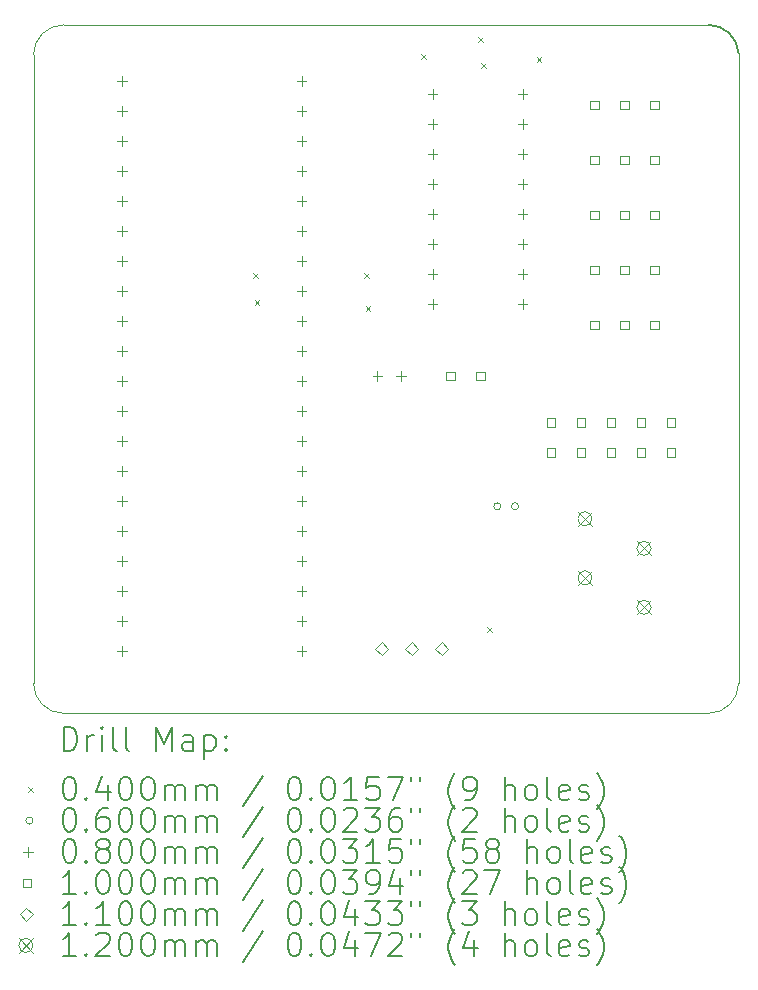
<source format=gbr>
%TF.GenerationSoftware,KiCad,Pcbnew,7.0.5-0*%
%TF.CreationDate,2024-02-27T14:03:08-05:00*%
%TF.ProjectId,LED Controller,4c454420-436f-46e7-9472-6f6c6c65722e,rev?*%
%TF.SameCoordinates,Original*%
%TF.FileFunction,Drillmap*%
%TF.FilePolarity,Positive*%
%FSLAX45Y45*%
G04 Gerber Fmt 4.5, Leading zero omitted, Abs format (unit mm)*
G04 Created by KiCad (PCBNEW 7.0.5-0) date 2024-02-27 14:03:08*
%MOMM*%
%LPD*%
G01*
G04 APERTURE LIST*
%ADD10C,0.200000*%
%ADD11C,0.100000*%
%ADD12C,0.040000*%
%ADD13C,0.060000*%
%ADD14C,0.080000*%
%ADD15C,0.110000*%
%ADD16C,0.120000*%
G04 APERTURE END LIST*
D10*
X18796000Y-5842000D02*
G75*
G03*
X18542000Y-5600383I-254000J-12700D01*
G01*
D11*
X18542000Y-11430000D02*
G75*
G03*
X18796000Y-11176000I0J254000D01*
G01*
X13081000Y-5600700D02*
X18542000Y-5600383D01*
X12827000Y-11176000D02*
X12827000Y-5854700D01*
X12827000Y-11176000D02*
G75*
G03*
X13081000Y-11430000I254000J0D01*
G01*
X18796000Y-5842000D02*
X18796000Y-11176000D01*
X13081000Y-5600700D02*
G75*
G03*
X12827000Y-5854700I0J-254000D01*
G01*
X18542000Y-11430000D02*
X13081000Y-11430000D01*
D10*
D12*
X14686600Y-7701600D02*
X14726600Y-7741600D01*
X14726600Y-7701600D02*
X14686600Y-7741600D01*
X14699300Y-7930200D02*
X14739300Y-7970200D01*
X14739300Y-7930200D02*
X14699300Y-7970200D01*
X15626400Y-7701600D02*
X15666400Y-7741600D01*
X15666400Y-7701600D02*
X15626400Y-7741600D01*
X15639100Y-7981000D02*
X15679100Y-8021000D01*
X15679100Y-7981000D02*
X15639100Y-8021000D01*
X16109000Y-5847400D02*
X16149000Y-5887400D01*
X16149000Y-5847400D02*
X16109000Y-5887400D01*
X16591600Y-5707700D02*
X16631600Y-5747700D01*
X16631600Y-5707700D02*
X16591600Y-5747700D01*
X16617000Y-5923600D02*
X16657000Y-5963600D01*
X16657000Y-5923600D02*
X16617000Y-5963600D01*
X16667800Y-10698800D02*
X16707800Y-10738800D01*
X16707800Y-10698800D02*
X16667800Y-10738800D01*
X17086900Y-5872800D02*
X17126900Y-5912800D01*
X17126900Y-5872800D02*
X17086900Y-5912800D01*
D13*
X16783700Y-9677400D02*
G75*
G03*
X16783700Y-9677400I-30000J0D01*
G01*
X16933700Y-9677400D02*
G75*
G03*
X16933700Y-9677400I-30000J0D01*
G01*
D14*
X13575200Y-6034200D02*
X13575200Y-6114200D01*
X13535200Y-6074200D02*
X13615200Y-6074200D01*
X13575200Y-6288200D02*
X13575200Y-6368200D01*
X13535200Y-6328200D02*
X13615200Y-6328200D01*
X13575200Y-6542200D02*
X13575200Y-6622200D01*
X13535200Y-6582200D02*
X13615200Y-6582200D01*
X13575200Y-6796200D02*
X13575200Y-6876200D01*
X13535200Y-6836200D02*
X13615200Y-6836200D01*
X13575200Y-7050200D02*
X13575200Y-7130200D01*
X13535200Y-7090200D02*
X13615200Y-7090200D01*
X13575200Y-7304200D02*
X13575200Y-7384200D01*
X13535200Y-7344200D02*
X13615200Y-7344200D01*
X13575200Y-7558200D02*
X13575200Y-7638200D01*
X13535200Y-7598200D02*
X13615200Y-7598200D01*
X13575200Y-7812200D02*
X13575200Y-7892200D01*
X13535200Y-7852200D02*
X13615200Y-7852200D01*
X13575200Y-8066200D02*
X13575200Y-8146200D01*
X13535200Y-8106200D02*
X13615200Y-8106200D01*
X13575200Y-8320200D02*
X13575200Y-8400200D01*
X13535200Y-8360200D02*
X13615200Y-8360200D01*
X13575200Y-8574200D02*
X13575200Y-8654200D01*
X13535200Y-8614200D02*
X13615200Y-8614200D01*
X13575200Y-8828200D02*
X13575200Y-8908200D01*
X13535200Y-8868200D02*
X13615200Y-8868200D01*
X13575200Y-9082200D02*
X13575200Y-9162200D01*
X13535200Y-9122200D02*
X13615200Y-9122200D01*
X13575200Y-9336200D02*
X13575200Y-9416200D01*
X13535200Y-9376200D02*
X13615200Y-9376200D01*
X13575200Y-9590200D02*
X13575200Y-9670200D01*
X13535200Y-9630200D02*
X13615200Y-9630200D01*
X13575200Y-9844200D02*
X13575200Y-9924200D01*
X13535200Y-9884200D02*
X13615200Y-9884200D01*
X13575200Y-10098200D02*
X13575200Y-10178200D01*
X13535200Y-10138200D02*
X13615200Y-10138200D01*
X13575200Y-10352200D02*
X13575200Y-10432200D01*
X13535200Y-10392200D02*
X13615200Y-10392200D01*
X13575200Y-10606200D02*
X13575200Y-10686200D01*
X13535200Y-10646200D02*
X13615200Y-10646200D01*
X13575200Y-10860200D02*
X13575200Y-10940200D01*
X13535200Y-10900200D02*
X13615200Y-10900200D01*
X15097200Y-6034200D02*
X15097200Y-6114200D01*
X15057200Y-6074200D02*
X15137200Y-6074200D01*
X15097200Y-6288200D02*
X15097200Y-6368200D01*
X15057200Y-6328200D02*
X15137200Y-6328200D01*
X15097200Y-6542200D02*
X15097200Y-6622200D01*
X15057200Y-6582200D02*
X15137200Y-6582200D01*
X15097200Y-6796200D02*
X15097200Y-6876200D01*
X15057200Y-6836200D02*
X15137200Y-6836200D01*
X15097200Y-7050200D02*
X15097200Y-7130200D01*
X15057200Y-7090200D02*
X15137200Y-7090200D01*
X15097200Y-7304200D02*
X15097200Y-7384200D01*
X15057200Y-7344200D02*
X15137200Y-7344200D01*
X15097200Y-7558200D02*
X15097200Y-7638200D01*
X15057200Y-7598200D02*
X15137200Y-7598200D01*
X15097200Y-7812200D02*
X15097200Y-7892200D01*
X15057200Y-7852200D02*
X15137200Y-7852200D01*
X15097200Y-8066200D02*
X15097200Y-8146200D01*
X15057200Y-8106200D02*
X15137200Y-8106200D01*
X15097200Y-8320200D02*
X15097200Y-8400200D01*
X15057200Y-8360200D02*
X15137200Y-8360200D01*
X15097200Y-8574200D02*
X15097200Y-8654200D01*
X15057200Y-8614200D02*
X15137200Y-8614200D01*
X15097200Y-8828200D02*
X15097200Y-8908200D01*
X15057200Y-8868200D02*
X15137200Y-8868200D01*
X15097200Y-9082200D02*
X15097200Y-9162200D01*
X15057200Y-9122200D02*
X15137200Y-9122200D01*
X15097200Y-9336200D02*
X15097200Y-9416200D01*
X15057200Y-9376200D02*
X15137200Y-9376200D01*
X15097200Y-9590200D02*
X15097200Y-9670200D01*
X15057200Y-9630200D02*
X15137200Y-9630200D01*
X15097200Y-9844200D02*
X15097200Y-9924200D01*
X15057200Y-9884200D02*
X15137200Y-9884200D01*
X15097200Y-10098200D02*
X15097200Y-10178200D01*
X15057200Y-10138200D02*
X15137200Y-10138200D01*
X15097200Y-10352200D02*
X15097200Y-10432200D01*
X15057200Y-10392200D02*
X15137200Y-10392200D01*
X15097200Y-10606200D02*
X15097200Y-10686200D01*
X15057200Y-10646200D02*
X15137200Y-10646200D01*
X15097200Y-10860200D02*
X15097200Y-10940200D01*
X15057200Y-10900200D02*
X15137200Y-10900200D01*
X15738500Y-8532500D02*
X15738500Y-8612500D01*
X15698500Y-8572500D02*
X15778500Y-8572500D01*
X15938500Y-8532500D02*
X15938500Y-8612500D01*
X15898500Y-8572500D02*
X15978500Y-8572500D01*
X16205200Y-6144900D02*
X16205200Y-6224900D01*
X16165200Y-6184900D02*
X16245200Y-6184900D01*
X16205200Y-6398900D02*
X16205200Y-6478900D01*
X16165200Y-6438900D02*
X16245200Y-6438900D01*
X16205200Y-6652900D02*
X16205200Y-6732900D01*
X16165200Y-6692900D02*
X16245200Y-6692900D01*
X16205200Y-6906900D02*
X16205200Y-6986900D01*
X16165200Y-6946900D02*
X16245200Y-6946900D01*
X16205200Y-7160900D02*
X16205200Y-7240900D01*
X16165200Y-7200900D02*
X16245200Y-7200900D01*
X16205200Y-7414900D02*
X16205200Y-7494900D01*
X16165200Y-7454900D02*
X16245200Y-7454900D01*
X16205200Y-7668900D02*
X16205200Y-7748900D01*
X16165200Y-7708900D02*
X16245200Y-7708900D01*
X16205200Y-7922900D02*
X16205200Y-8002900D01*
X16165200Y-7962900D02*
X16245200Y-7962900D01*
X16967200Y-6144900D02*
X16967200Y-6224900D01*
X16927200Y-6184900D02*
X17007200Y-6184900D01*
X16967200Y-6398900D02*
X16967200Y-6478900D01*
X16927200Y-6438900D02*
X17007200Y-6438900D01*
X16967200Y-6652900D02*
X16967200Y-6732900D01*
X16927200Y-6692900D02*
X17007200Y-6692900D01*
X16967200Y-6906900D02*
X16967200Y-6986900D01*
X16927200Y-6946900D02*
X17007200Y-6946900D01*
X16967200Y-7160900D02*
X16967200Y-7240900D01*
X16927200Y-7200900D02*
X17007200Y-7200900D01*
X16967200Y-7414900D02*
X16967200Y-7494900D01*
X16927200Y-7454900D02*
X17007200Y-7454900D01*
X16967200Y-7668900D02*
X16967200Y-7748900D01*
X16927200Y-7708900D02*
X17007200Y-7708900D01*
X16967200Y-7922900D02*
X16967200Y-8002900D01*
X16927200Y-7962900D02*
X17007200Y-7962900D01*
D11*
X16392956Y-8607856D02*
X16392956Y-8537144D01*
X16322244Y-8537144D01*
X16322244Y-8607856D01*
X16392956Y-8607856D01*
X16646956Y-8607856D02*
X16646956Y-8537144D01*
X16576244Y-8537144D01*
X16576244Y-8607856D01*
X16646956Y-8607856D01*
X17243856Y-9001556D02*
X17243856Y-8930844D01*
X17173144Y-8930844D01*
X17173144Y-9001556D01*
X17243856Y-9001556D01*
X17243856Y-9255556D02*
X17243856Y-9184844D01*
X17173144Y-9184844D01*
X17173144Y-9255556D01*
X17243856Y-9255556D01*
X17497856Y-9001556D02*
X17497856Y-8930844D01*
X17427144Y-8930844D01*
X17427144Y-9001556D01*
X17497856Y-9001556D01*
X17497856Y-9255556D02*
X17497856Y-9184844D01*
X17427144Y-9184844D01*
X17427144Y-9255556D01*
X17497856Y-9255556D01*
X17612156Y-6316056D02*
X17612156Y-6245344D01*
X17541444Y-6245344D01*
X17541444Y-6316056D01*
X17612156Y-6316056D01*
X17612156Y-6781056D02*
X17612156Y-6710344D01*
X17541444Y-6710344D01*
X17541444Y-6781056D01*
X17612156Y-6781056D01*
X17612156Y-7246056D02*
X17612156Y-7175344D01*
X17541444Y-7175344D01*
X17541444Y-7246056D01*
X17612156Y-7246056D01*
X17612156Y-7711056D02*
X17612156Y-7640344D01*
X17541444Y-7640344D01*
X17541444Y-7711056D01*
X17612156Y-7711056D01*
X17612156Y-8176056D02*
X17612156Y-8105344D01*
X17541444Y-8105344D01*
X17541444Y-8176056D01*
X17612156Y-8176056D01*
X17751856Y-9001556D02*
X17751856Y-8930844D01*
X17681144Y-8930844D01*
X17681144Y-9001556D01*
X17751856Y-9001556D01*
X17751856Y-9255556D02*
X17751856Y-9184844D01*
X17681144Y-9184844D01*
X17681144Y-9255556D01*
X17751856Y-9255556D01*
X17866156Y-6316056D02*
X17866156Y-6245344D01*
X17795444Y-6245344D01*
X17795444Y-6316056D01*
X17866156Y-6316056D01*
X17866156Y-6781056D02*
X17866156Y-6710344D01*
X17795444Y-6710344D01*
X17795444Y-6781056D01*
X17866156Y-6781056D01*
X17866156Y-7246056D02*
X17866156Y-7175344D01*
X17795444Y-7175344D01*
X17795444Y-7246056D01*
X17866156Y-7246056D01*
X17866156Y-7711056D02*
X17866156Y-7640344D01*
X17795444Y-7640344D01*
X17795444Y-7711056D01*
X17866156Y-7711056D01*
X17866156Y-8176056D02*
X17866156Y-8105344D01*
X17795444Y-8105344D01*
X17795444Y-8176056D01*
X17866156Y-8176056D01*
X18005856Y-9001556D02*
X18005856Y-8930844D01*
X17935144Y-8930844D01*
X17935144Y-9001556D01*
X18005856Y-9001556D01*
X18005856Y-9255556D02*
X18005856Y-9184844D01*
X17935144Y-9184844D01*
X17935144Y-9255556D01*
X18005856Y-9255556D01*
X18120156Y-6316056D02*
X18120156Y-6245344D01*
X18049444Y-6245344D01*
X18049444Y-6316056D01*
X18120156Y-6316056D01*
X18120156Y-6781056D02*
X18120156Y-6710344D01*
X18049444Y-6710344D01*
X18049444Y-6781056D01*
X18120156Y-6781056D01*
X18120156Y-7246056D02*
X18120156Y-7175344D01*
X18049444Y-7175344D01*
X18049444Y-7246056D01*
X18120156Y-7246056D01*
X18120156Y-7711056D02*
X18120156Y-7640344D01*
X18049444Y-7640344D01*
X18049444Y-7711056D01*
X18120156Y-7711056D01*
X18120156Y-8176056D02*
X18120156Y-8105344D01*
X18049444Y-8105344D01*
X18049444Y-8176056D01*
X18120156Y-8176056D01*
X18259856Y-9001556D02*
X18259856Y-8930844D01*
X18189144Y-8930844D01*
X18189144Y-9001556D01*
X18259856Y-9001556D01*
X18259856Y-9255556D02*
X18259856Y-9184844D01*
X18189144Y-9184844D01*
X18189144Y-9255556D01*
X18259856Y-9255556D01*
D15*
X15773400Y-10938900D02*
X15828400Y-10883900D01*
X15773400Y-10828900D01*
X15718400Y-10883900D01*
X15773400Y-10938900D01*
X16027400Y-10938900D02*
X16082400Y-10883900D01*
X16027400Y-10828900D01*
X15972400Y-10883900D01*
X16027400Y-10938900D01*
X16281400Y-10938900D02*
X16336400Y-10883900D01*
X16281400Y-10828900D01*
X16226400Y-10883900D01*
X16281400Y-10938900D01*
D16*
X17435900Y-9723000D02*
X17555900Y-9843000D01*
X17555900Y-9723000D02*
X17435900Y-9843000D01*
X17555900Y-9783000D02*
G75*
G03*
X17555900Y-9783000I-60000J0D01*
G01*
X17435900Y-10223000D02*
X17555900Y-10343000D01*
X17555900Y-10223000D02*
X17435900Y-10343000D01*
X17555900Y-10283000D02*
G75*
G03*
X17555900Y-10283000I-60000J0D01*
G01*
X17935900Y-9973000D02*
X18055900Y-10093000D01*
X18055900Y-9973000D02*
X17935900Y-10093000D01*
X18055900Y-10033000D02*
G75*
G03*
X18055900Y-10033000I-60000J0D01*
G01*
X17935900Y-10473000D02*
X18055900Y-10593000D01*
X18055900Y-10473000D02*
X17935900Y-10593000D01*
X18055900Y-10533000D02*
G75*
G03*
X18055900Y-10533000I-60000J0D01*
G01*
D10*
X13082777Y-11746484D02*
X13082777Y-11546484D01*
X13082777Y-11546484D02*
X13130396Y-11546484D01*
X13130396Y-11546484D02*
X13158967Y-11556008D01*
X13158967Y-11556008D02*
X13178015Y-11575055D01*
X13178015Y-11575055D02*
X13187539Y-11594103D01*
X13187539Y-11594103D02*
X13197062Y-11632198D01*
X13197062Y-11632198D02*
X13197062Y-11660769D01*
X13197062Y-11660769D02*
X13187539Y-11698865D01*
X13187539Y-11698865D02*
X13178015Y-11717912D01*
X13178015Y-11717912D02*
X13158967Y-11736960D01*
X13158967Y-11736960D02*
X13130396Y-11746484D01*
X13130396Y-11746484D02*
X13082777Y-11746484D01*
X13282777Y-11746484D02*
X13282777Y-11613150D01*
X13282777Y-11651246D02*
X13292301Y-11632198D01*
X13292301Y-11632198D02*
X13301824Y-11622674D01*
X13301824Y-11622674D02*
X13320872Y-11613150D01*
X13320872Y-11613150D02*
X13339920Y-11613150D01*
X13406586Y-11746484D02*
X13406586Y-11613150D01*
X13406586Y-11546484D02*
X13397062Y-11556008D01*
X13397062Y-11556008D02*
X13406586Y-11565531D01*
X13406586Y-11565531D02*
X13416110Y-11556008D01*
X13416110Y-11556008D02*
X13406586Y-11546484D01*
X13406586Y-11546484D02*
X13406586Y-11565531D01*
X13530396Y-11746484D02*
X13511348Y-11736960D01*
X13511348Y-11736960D02*
X13501824Y-11717912D01*
X13501824Y-11717912D02*
X13501824Y-11546484D01*
X13635158Y-11746484D02*
X13616110Y-11736960D01*
X13616110Y-11736960D02*
X13606586Y-11717912D01*
X13606586Y-11717912D02*
X13606586Y-11546484D01*
X13863729Y-11746484D02*
X13863729Y-11546484D01*
X13863729Y-11546484D02*
X13930396Y-11689341D01*
X13930396Y-11689341D02*
X13997062Y-11546484D01*
X13997062Y-11546484D02*
X13997062Y-11746484D01*
X14178015Y-11746484D02*
X14178015Y-11641722D01*
X14178015Y-11641722D02*
X14168491Y-11622674D01*
X14168491Y-11622674D02*
X14149443Y-11613150D01*
X14149443Y-11613150D02*
X14111348Y-11613150D01*
X14111348Y-11613150D02*
X14092301Y-11622674D01*
X14178015Y-11736960D02*
X14158967Y-11746484D01*
X14158967Y-11746484D02*
X14111348Y-11746484D01*
X14111348Y-11746484D02*
X14092301Y-11736960D01*
X14092301Y-11736960D02*
X14082777Y-11717912D01*
X14082777Y-11717912D02*
X14082777Y-11698865D01*
X14082777Y-11698865D02*
X14092301Y-11679817D01*
X14092301Y-11679817D02*
X14111348Y-11670293D01*
X14111348Y-11670293D02*
X14158967Y-11670293D01*
X14158967Y-11670293D02*
X14178015Y-11660769D01*
X14273253Y-11613150D02*
X14273253Y-11813150D01*
X14273253Y-11622674D02*
X14292301Y-11613150D01*
X14292301Y-11613150D02*
X14330396Y-11613150D01*
X14330396Y-11613150D02*
X14349443Y-11622674D01*
X14349443Y-11622674D02*
X14358967Y-11632198D01*
X14358967Y-11632198D02*
X14368491Y-11651246D01*
X14368491Y-11651246D02*
X14368491Y-11708388D01*
X14368491Y-11708388D02*
X14358967Y-11727436D01*
X14358967Y-11727436D02*
X14349443Y-11736960D01*
X14349443Y-11736960D02*
X14330396Y-11746484D01*
X14330396Y-11746484D02*
X14292301Y-11746484D01*
X14292301Y-11746484D02*
X14273253Y-11736960D01*
X14454205Y-11727436D02*
X14463729Y-11736960D01*
X14463729Y-11736960D02*
X14454205Y-11746484D01*
X14454205Y-11746484D02*
X14444682Y-11736960D01*
X14444682Y-11736960D02*
X14454205Y-11727436D01*
X14454205Y-11727436D02*
X14454205Y-11746484D01*
X14454205Y-11622674D02*
X14463729Y-11632198D01*
X14463729Y-11632198D02*
X14454205Y-11641722D01*
X14454205Y-11641722D02*
X14444682Y-11632198D01*
X14444682Y-11632198D02*
X14454205Y-11622674D01*
X14454205Y-11622674D02*
X14454205Y-11641722D01*
D12*
X12782000Y-12055000D02*
X12822000Y-12095000D01*
X12822000Y-12055000D02*
X12782000Y-12095000D01*
D10*
X13120872Y-11966484D02*
X13139920Y-11966484D01*
X13139920Y-11966484D02*
X13158967Y-11976008D01*
X13158967Y-11976008D02*
X13168491Y-11985531D01*
X13168491Y-11985531D02*
X13178015Y-12004579D01*
X13178015Y-12004579D02*
X13187539Y-12042674D01*
X13187539Y-12042674D02*
X13187539Y-12090293D01*
X13187539Y-12090293D02*
X13178015Y-12128388D01*
X13178015Y-12128388D02*
X13168491Y-12147436D01*
X13168491Y-12147436D02*
X13158967Y-12156960D01*
X13158967Y-12156960D02*
X13139920Y-12166484D01*
X13139920Y-12166484D02*
X13120872Y-12166484D01*
X13120872Y-12166484D02*
X13101824Y-12156960D01*
X13101824Y-12156960D02*
X13092301Y-12147436D01*
X13092301Y-12147436D02*
X13082777Y-12128388D01*
X13082777Y-12128388D02*
X13073253Y-12090293D01*
X13073253Y-12090293D02*
X13073253Y-12042674D01*
X13073253Y-12042674D02*
X13082777Y-12004579D01*
X13082777Y-12004579D02*
X13092301Y-11985531D01*
X13092301Y-11985531D02*
X13101824Y-11976008D01*
X13101824Y-11976008D02*
X13120872Y-11966484D01*
X13273253Y-12147436D02*
X13282777Y-12156960D01*
X13282777Y-12156960D02*
X13273253Y-12166484D01*
X13273253Y-12166484D02*
X13263729Y-12156960D01*
X13263729Y-12156960D02*
X13273253Y-12147436D01*
X13273253Y-12147436D02*
X13273253Y-12166484D01*
X13454205Y-12033150D02*
X13454205Y-12166484D01*
X13406586Y-11956960D02*
X13358967Y-12099817D01*
X13358967Y-12099817D02*
X13482777Y-12099817D01*
X13597062Y-11966484D02*
X13616110Y-11966484D01*
X13616110Y-11966484D02*
X13635158Y-11976008D01*
X13635158Y-11976008D02*
X13644682Y-11985531D01*
X13644682Y-11985531D02*
X13654205Y-12004579D01*
X13654205Y-12004579D02*
X13663729Y-12042674D01*
X13663729Y-12042674D02*
X13663729Y-12090293D01*
X13663729Y-12090293D02*
X13654205Y-12128388D01*
X13654205Y-12128388D02*
X13644682Y-12147436D01*
X13644682Y-12147436D02*
X13635158Y-12156960D01*
X13635158Y-12156960D02*
X13616110Y-12166484D01*
X13616110Y-12166484D02*
X13597062Y-12166484D01*
X13597062Y-12166484D02*
X13578015Y-12156960D01*
X13578015Y-12156960D02*
X13568491Y-12147436D01*
X13568491Y-12147436D02*
X13558967Y-12128388D01*
X13558967Y-12128388D02*
X13549443Y-12090293D01*
X13549443Y-12090293D02*
X13549443Y-12042674D01*
X13549443Y-12042674D02*
X13558967Y-12004579D01*
X13558967Y-12004579D02*
X13568491Y-11985531D01*
X13568491Y-11985531D02*
X13578015Y-11976008D01*
X13578015Y-11976008D02*
X13597062Y-11966484D01*
X13787539Y-11966484D02*
X13806586Y-11966484D01*
X13806586Y-11966484D02*
X13825634Y-11976008D01*
X13825634Y-11976008D02*
X13835158Y-11985531D01*
X13835158Y-11985531D02*
X13844682Y-12004579D01*
X13844682Y-12004579D02*
X13854205Y-12042674D01*
X13854205Y-12042674D02*
X13854205Y-12090293D01*
X13854205Y-12090293D02*
X13844682Y-12128388D01*
X13844682Y-12128388D02*
X13835158Y-12147436D01*
X13835158Y-12147436D02*
X13825634Y-12156960D01*
X13825634Y-12156960D02*
X13806586Y-12166484D01*
X13806586Y-12166484D02*
X13787539Y-12166484D01*
X13787539Y-12166484D02*
X13768491Y-12156960D01*
X13768491Y-12156960D02*
X13758967Y-12147436D01*
X13758967Y-12147436D02*
X13749443Y-12128388D01*
X13749443Y-12128388D02*
X13739920Y-12090293D01*
X13739920Y-12090293D02*
X13739920Y-12042674D01*
X13739920Y-12042674D02*
X13749443Y-12004579D01*
X13749443Y-12004579D02*
X13758967Y-11985531D01*
X13758967Y-11985531D02*
X13768491Y-11976008D01*
X13768491Y-11976008D02*
X13787539Y-11966484D01*
X13939920Y-12166484D02*
X13939920Y-12033150D01*
X13939920Y-12052198D02*
X13949443Y-12042674D01*
X13949443Y-12042674D02*
X13968491Y-12033150D01*
X13968491Y-12033150D02*
X13997063Y-12033150D01*
X13997063Y-12033150D02*
X14016110Y-12042674D01*
X14016110Y-12042674D02*
X14025634Y-12061722D01*
X14025634Y-12061722D02*
X14025634Y-12166484D01*
X14025634Y-12061722D02*
X14035158Y-12042674D01*
X14035158Y-12042674D02*
X14054205Y-12033150D01*
X14054205Y-12033150D02*
X14082777Y-12033150D01*
X14082777Y-12033150D02*
X14101824Y-12042674D01*
X14101824Y-12042674D02*
X14111348Y-12061722D01*
X14111348Y-12061722D02*
X14111348Y-12166484D01*
X14206586Y-12166484D02*
X14206586Y-12033150D01*
X14206586Y-12052198D02*
X14216110Y-12042674D01*
X14216110Y-12042674D02*
X14235158Y-12033150D01*
X14235158Y-12033150D02*
X14263729Y-12033150D01*
X14263729Y-12033150D02*
X14282777Y-12042674D01*
X14282777Y-12042674D02*
X14292301Y-12061722D01*
X14292301Y-12061722D02*
X14292301Y-12166484D01*
X14292301Y-12061722D02*
X14301824Y-12042674D01*
X14301824Y-12042674D02*
X14320872Y-12033150D01*
X14320872Y-12033150D02*
X14349443Y-12033150D01*
X14349443Y-12033150D02*
X14368491Y-12042674D01*
X14368491Y-12042674D02*
X14378015Y-12061722D01*
X14378015Y-12061722D02*
X14378015Y-12166484D01*
X14768491Y-11956960D02*
X14597063Y-12214103D01*
X15025634Y-11966484D02*
X15044682Y-11966484D01*
X15044682Y-11966484D02*
X15063729Y-11976008D01*
X15063729Y-11976008D02*
X15073253Y-11985531D01*
X15073253Y-11985531D02*
X15082777Y-12004579D01*
X15082777Y-12004579D02*
X15092301Y-12042674D01*
X15092301Y-12042674D02*
X15092301Y-12090293D01*
X15092301Y-12090293D02*
X15082777Y-12128388D01*
X15082777Y-12128388D02*
X15073253Y-12147436D01*
X15073253Y-12147436D02*
X15063729Y-12156960D01*
X15063729Y-12156960D02*
X15044682Y-12166484D01*
X15044682Y-12166484D02*
X15025634Y-12166484D01*
X15025634Y-12166484D02*
X15006586Y-12156960D01*
X15006586Y-12156960D02*
X14997063Y-12147436D01*
X14997063Y-12147436D02*
X14987539Y-12128388D01*
X14987539Y-12128388D02*
X14978015Y-12090293D01*
X14978015Y-12090293D02*
X14978015Y-12042674D01*
X14978015Y-12042674D02*
X14987539Y-12004579D01*
X14987539Y-12004579D02*
X14997063Y-11985531D01*
X14997063Y-11985531D02*
X15006586Y-11976008D01*
X15006586Y-11976008D02*
X15025634Y-11966484D01*
X15178015Y-12147436D02*
X15187539Y-12156960D01*
X15187539Y-12156960D02*
X15178015Y-12166484D01*
X15178015Y-12166484D02*
X15168491Y-12156960D01*
X15168491Y-12156960D02*
X15178015Y-12147436D01*
X15178015Y-12147436D02*
X15178015Y-12166484D01*
X15311348Y-11966484D02*
X15330396Y-11966484D01*
X15330396Y-11966484D02*
X15349444Y-11976008D01*
X15349444Y-11976008D02*
X15358967Y-11985531D01*
X15358967Y-11985531D02*
X15368491Y-12004579D01*
X15368491Y-12004579D02*
X15378015Y-12042674D01*
X15378015Y-12042674D02*
X15378015Y-12090293D01*
X15378015Y-12090293D02*
X15368491Y-12128388D01*
X15368491Y-12128388D02*
X15358967Y-12147436D01*
X15358967Y-12147436D02*
X15349444Y-12156960D01*
X15349444Y-12156960D02*
X15330396Y-12166484D01*
X15330396Y-12166484D02*
X15311348Y-12166484D01*
X15311348Y-12166484D02*
X15292301Y-12156960D01*
X15292301Y-12156960D02*
X15282777Y-12147436D01*
X15282777Y-12147436D02*
X15273253Y-12128388D01*
X15273253Y-12128388D02*
X15263729Y-12090293D01*
X15263729Y-12090293D02*
X15263729Y-12042674D01*
X15263729Y-12042674D02*
X15273253Y-12004579D01*
X15273253Y-12004579D02*
X15282777Y-11985531D01*
X15282777Y-11985531D02*
X15292301Y-11976008D01*
X15292301Y-11976008D02*
X15311348Y-11966484D01*
X15568491Y-12166484D02*
X15454206Y-12166484D01*
X15511348Y-12166484D02*
X15511348Y-11966484D01*
X15511348Y-11966484D02*
X15492301Y-11995055D01*
X15492301Y-11995055D02*
X15473253Y-12014103D01*
X15473253Y-12014103D02*
X15454206Y-12023627D01*
X15749444Y-11966484D02*
X15654206Y-11966484D01*
X15654206Y-11966484D02*
X15644682Y-12061722D01*
X15644682Y-12061722D02*
X15654206Y-12052198D01*
X15654206Y-12052198D02*
X15673253Y-12042674D01*
X15673253Y-12042674D02*
X15720872Y-12042674D01*
X15720872Y-12042674D02*
X15739920Y-12052198D01*
X15739920Y-12052198D02*
X15749444Y-12061722D01*
X15749444Y-12061722D02*
X15758967Y-12080769D01*
X15758967Y-12080769D02*
X15758967Y-12128388D01*
X15758967Y-12128388D02*
X15749444Y-12147436D01*
X15749444Y-12147436D02*
X15739920Y-12156960D01*
X15739920Y-12156960D02*
X15720872Y-12166484D01*
X15720872Y-12166484D02*
X15673253Y-12166484D01*
X15673253Y-12166484D02*
X15654206Y-12156960D01*
X15654206Y-12156960D02*
X15644682Y-12147436D01*
X15825634Y-11966484D02*
X15958967Y-11966484D01*
X15958967Y-11966484D02*
X15873253Y-12166484D01*
X16025634Y-11966484D02*
X16025634Y-12004579D01*
X16101825Y-11966484D02*
X16101825Y-12004579D01*
X16397063Y-12242674D02*
X16387539Y-12233150D01*
X16387539Y-12233150D02*
X16368491Y-12204579D01*
X16368491Y-12204579D02*
X16358968Y-12185531D01*
X16358968Y-12185531D02*
X16349444Y-12156960D01*
X16349444Y-12156960D02*
X16339920Y-12109341D01*
X16339920Y-12109341D02*
X16339920Y-12071246D01*
X16339920Y-12071246D02*
X16349444Y-12023627D01*
X16349444Y-12023627D02*
X16358968Y-11995055D01*
X16358968Y-11995055D02*
X16368491Y-11976008D01*
X16368491Y-11976008D02*
X16387539Y-11947436D01*
X16387539Y-11947436D02*
X16397063Y-11937912D01*
X16482777Y-12166484D02*
X16520872Y-12166484D01*
X16520872Y-12166484D02*
X16539920Y-12156960D01*
X16539920Y-12156960D02*
X16549444Y-12147436D01*
X16549444Y-12147436D02*
X16568491Y-12118865D01*
X16568491Y-12118865D02*
X16578015Y-12080769D01*
X16578015Y-12080769D02*
X16578015Y-12004579D01*
X16578015Y-12004579D02*
X16568491Y-11985531D01*
X16568491Y-11985531D02*
X16558968Y-11976008D01*
X16558968Y-11976008D02*
X16539920Y-11966484D01*
X16539920Y-11966484D02*
X16501825Y-11966484D01*
X16501825Y-11966484D02*
X16482777Y-11976008D01*
X16482777Y-11976008D02*
X16473253Y-11985531D01*
X16473253Y-11985531D02*
X16463729Y-12004579D01*
X16463729Y-12004579D02*
X16463729Y-12052198D01*
X16463729Y-12052198D02*
X16473253Y-12071246D01*
X16473253Y-12071246D02*
X16482777Y-12080769D01*
X16482777Y-12080769D02*
X16501825Y-12090293D01*
X16501825Y-12090293D02*
X16539920Y-12090293D01*
X16539920Y-12090293D02*
X16558968Y-12080769D01*
X16558968Y-12080769D02*
X16568491Y-12071246D01*
X16568491Y-12071246D02*
X16578015Y-12052198D01*
X16816111Y-12166484D02*
X16816111Y-11966484D01*
X16901825Y-12166484D02*
X16901825Y-12061722D01*
X16901825Y-12061722D02*
X16892301Y-12042674D01*
X16892301Y-12042674D02*
X16873253Y-12033150D01*
X16873253Y-12033150D02*
X16844682Y-12033150D01*
X16844682Y-12033150D02*
X16825634Y-12042674D01*
X16825634Y-12042674D02*
X16816111Y-12052198D01*
X17025634Y-12166484D02*
X17006587Y-12156960D01*
X17006587Y-12156960D02*
X16997063Y-12147436D01*
X16997063Y-12147436D02*
X16987539Y-12128388D01*
X16987539Y-12128388D02*
X16987539Y-12071246D01*
X16987539Y-12071246D02*
X16997063Y-12052198D01*
X16997063Y-12052198D02*
X17006587Y-12042674D01*
X17006587Y-12042674D02*
X17025634Y-12033150D01*
X17025634Y-12033150D02*
X17054206Y-12033150D01*
X17054206Y-12033150D02*
X17073253Y-12042674D01*
X17073253Y-12042674D02*
X17082777Y-12052198D01*
X17082777Y-12052198D02*
X17092301Y-12071246D01*
X17092301Y-12071246D02*
X17092301Y-12128388D01*
X17092301Y-12128388D02*
X17082777Y-12147436D01*
X17082777Y-12147436D02*
X17073253Y-12156960D01*
X17073253Y-12156960D02*
X17054206Y-12166484D01*
X17054206Y-12166484D02*
X17025634Y-12166484D01*
X17206587Y-12166484D02*
X17187539Y-12156960D01*
X17187539Y-12156960D02*
X17178015Y-12137912D01*
X17178015Y-12137912D02*
X17178015Y-11966484D01*
X17358968Y-12156960D02*
X17339920Y-12166484D01*
X17339920Y-12166484D02*
X17301825Y-12166484D01*
X17301825Y-12166484D02*
X17282777Y-12156960D01*
X17282777Y-12156960D02*
X17273253Y-12137912D01*
X17273253Y-12137912D02*
X17273253Y-12061722D01*
X17273253Y-12061722D02*
X17282777Y-12042674D01*
X17282777Y-12042674D02*
X17301825Y-12033150D01*
X17301825Y-12033150D02*
X17339920Y-12033150D01*
X17339920Y-12033150D02*
X17358968Y-12042674D01*
X17358968Y-12042674D02*
X17368492Y-12061722D01*
X17368492Y-12061722D02*
X17368492Y-12080769D01*
X17368492Y-12080769D02*
X17273253Y-12099817D01*
X17444682Y-12156960D02*
X17463730Y-12166484D01*
X17463730Y-12166484D02*
X17501825Y-12166484D01*
X17501825Y-12166484D02*
X17520873Y-12156960D01*
X17520873Y-12156960D02*
X17530396Y-12137912D01*
X17530396Y-12137912D02*
X17530396Y-12128388D01*
X17530396Y-12128388D02*
X17520873Y-12109341D01*
X17520873Y-12109341D02*
X17501825Y-12099817D01*
X17501825Y-12099817D02*
X17473253Y-12099817D01*
X17473253Y-12099817D02*
X17454206Y-12090293D01*
X17454206Y-12090293D02*
X17444682Y-12071246D01*
X17444682Y-12071246D02*
X17444682Y-12061722D01*
X17444682Y-12061722D02*
X17454206Y-12042674D01*
X17454206Y-12042674D02*
X17473253Y-12033150D01*
X17473253Y-12033150D02*
X17501825Y-12033150D01*
X17501825Y-12033150D02*
X17520873Y-12042674D01*
X17597063Y-12242674D02*
X17606587Y-12233150D01*
X17606587Y-12233150D02*
X17625634Y-12204579D01*
X17625634Y-12204579D02*
X17635158Y-12185531D01*
X17635158Y-12185531D02*
X17644682Y-12156960D01*
X17644682Y-12156960D02*
X17654206Y-12109341D01*
X17654206Y-12109341D02*
X17654206Y-12071246D01*
X17654206Y-12071246D02*
X17644682Y-12023627D01*
X17644682Y-12023627D02*
X17635158Y-11995055D01*
X17635158Y-11995055D02*
X17625634Y-11976008D01*
X17625634Y-11976008D02*
X17606587Y-11947436D01*
X17606587Y-11947436D02*
X17597063Y-11937912D01*
D13*
X12822000Y-12339000D02*
G75*
G03*
X12822000Y-12339000I-30000J0D01*
G01*
D10*
X13120872Y-12230484D02*
X13139920Y-12230484D01*
X13139920Y-12230484D02*
X13158967Y-12240008D01*
X13158967Y-12240008D02*
X13168491Y-12249531D01*
X13168491Y-12249531D02*
X13178015Y-12268579D01*
X13178015Y-12268579D02*
X13187539Y-12306674D01*
X13187539Y-12306674D02*
X13187539Y-12354293D01*
X13187539Y-12354293D02*
X13178015Y-12392388D01*
X13178015Y-12392388D02*
X13168491Y-12411436D01*
X13168491Y-12411436D02*
X13158967Y-12420960D01*
X13158967Y-12420960D02*
X13139920Y-12430484D01*
X13139920Y-12430484D02*
X13120872Y-12430484D01*
X13120872Y-12430484D02*
X13101824Y-12420960D01*
X13101824Y-12420960D02*
X13092301Y-12411436D01*
X13092301Y-12411436D02*
X13082777Y-12392388D01*
X13082777Y-12392388D02*
X13073253Y-12354293D01*
X13073253Y-12354293D02*
X13073253Y-12306674D01*
X13073253Y-12306674D02*
X13082777Y-12268579D01*
X13082777Y-12268579D02*
X13092301Y-12249531D01*
X13092301Y-12249531D02*
X13101824Y-12240008D01*
X13101824Y-12240008D02*
X13120872Y-12230484D01*
X13273253Y-12411436D02*
X13282777Y-12420960D01*
X13282777Y-12420960D02*
X13273253Y-12430484D01*
X13273253Y-12430484D02*
X13263729Y-12420960D01*
X13263729Y-12420960D02*
X13273253Y-12411436D01*
X13273253Y-12411436D02*
X13273253Y-12430484D01*
X13454205Y-12230484D02*
X13416110Y-12230484D01*
X13416110Y-12230484D02*
X13397062Y-12240008D01*
X13397062Y-12240008D02*
X13387539Y-12249531D01*
X13387539Y-12249531D02*
X13368491Y-12278103D01*
X13368491Y-12278103D02*
X13358967Y-12316198D01*
X13358967Y-12316198D02*
X13358967Y-12392388D01*
X13358967Y-12392388D02*
X13368491Y-12411436D01*
X13368491Y-12411436D02*
X13378015Y-12420960D01*
X13378015Y-12420960D02*
X13397062Y-12430484D01*
X13397062Y-12430484D02*
X13435158Y-12430484D01*
X13435158Y-12430484D02*
X13454205Y-12420960D01*
X13454205Y-12420960D02*
X13463729Y-12411436D01*
X13463729Y-12411436D02*
X13473253Y-12392388D01*
X13473253Y-12392388D02*
X13473253Y-12344769D01*
X13473253Y-12344769D02*
X13463729Y-12325722D01*
X13463729Y-12325722D02*
X13454205Y-12316198D01*
X13454205Y-12316198D02*
X13435158Y-12306674D01*
X13435158Y-12306674D02*
X13397062Y-12306674D01*
X13397062Y-12306674D02*
X13378015Y-12316198D01*
X13378015Y-12316198D02*
X13368491Y-12325722D01*
X13368491Y-12325722D02*
X13358967Y-12344769D01*
X13597062Y-12230484D02*
X13616110Y-12230484D01*
X13616110Y-12230484D02*
X13635158Y-12240008D01*
X13635158Y-12240008D02*
X13644682Y-12249531D01*
X13644682Y-12249531D02*
X13654205Y-12268579D01*
X13654205Y-12268579D02*
X13663729Y-12306674D01*
X13663729Y-12306674D02*
X13663729Y-12354293D01*
X13663729Y-12354293D02*
X13654205Y-12392388D01*
X13654205Y-12392388D02*
X13644682Y-12411436D01*
X13644682Y-12411436D02*
X13635158Y-12420960D01*
X13635158Y-12420960D02*
X13616110Y-12430484D01*
X13616110Y-12430484D02*
X13597062Y-12430484D01*
X13597062Y-12430484D02*
X13578015Y-12420960D01*
X13578015Y-12420960D02*
X13568491Y-12411436D01*
X13568491Y-12411436D02*
X13558967Y-12392388D01*
X13558967Y-12392388D02*
X13549443Y-12354293D01*
X13549443Y-12354293D02*
X13549443Y-12306674D01*
X13549443Y-12306674D02*
X13558967Y-12268579D01*
X13558967Y-12268579D02*
X13568491Y-12249531D01*
X13568491Y-12249531D02*
X13578015Y-12240008D01*
X13578015Y-12240008D02*
X13597062Y-12230484D01*
X13787539Y-12230484D02*
X13806586Y-12230484D01*
X13806586Y-12230484D02*
X13825634Y-12240008D01*
X13825634Y-12240008D02*
X13835158Y-12249531D01*
X13835158Y-12249531D02*
X13844682Y-12268579D01*
X13844682Y-12268579D02*
X13854205Y-12306674D01*
X13854205Y-12306674D02*
X13854205Y-12354293D01*
X13854205Y-12354293D02*
X13844682Y-12392388D01*
X13844682Y-12392388D02*
X13835158Y-12411436D01*
X13835158Y-12411436D02*
X13825634Y-12420960D01*
X13825634Y-12420960D02*
X13806586Y-12430484D01*
X13806586Y-12430484D02*
X13787539Y-12430484D01*
X13787539Y-12430484D02*
X13768491Y-12420960D01*
X13768491Y-12420960D02*
X13758967Y-12411436D01*
X13758967Y-12411436D02*
X13749443Y-12392388D01*
X13749443Y-12392388D02*
X13739920Y-12354293D01*
X13739920Y-12354293D02*
X13739920Y-12306674D01*
X13739920Y-12306674D02*
X13749443Y-12268579D01*
X13749443Y-12268579D02*
X13758967Y-12249531D01*
X13758967Y-12249531D02*
X13768491Y-12240008D01*
X13768491Y-12240008D02*
X13787539Y-12230484D01*
X13939920Y-12430484D02*
X13939920Y-12297150D01*
X13939920Y-12316198D02*
X13949443Y-12306674D01*
X13949443Y-12306674D02*
X13968491Y-12297150D01*
X13968491Y-12297150D02*
X13997063Y-12297150D01*
X13997063Y-12297150D02*
X14016110Y-12306674D01*
X14016110Y-12306674D02*
X14025634Y-12325722D01*
X14025634Y-12325722D02*
X14025634Y-12430484D01*
X14025634Y-12325722D02*
X14035158Y-12306674D01*
X14035158Y-12306674D02*
X14054205Y-12297150D01*
X14054205Y-12297150D02*
X14082777Y-12297150D01*
X14082777Y-12297150D02*
X14101824Y-12306674D01*
X14101824Y-12306674D02*
X14111348Y-12325722D01*
X14111348Y-12325722D02*
X14111348Y-12430484D01*
X14206586Y-12430484D02*
X14206586Y-12297150D01*
X14206586Y-12316198D02*
X14216110Y-12306674D01*
X14216110Y-12306674D02*
X14235158Y-12297150D01*
X14235158Y-12297150D02*
X14263729Y-12297150D01*
X14263729Y-12297150D02*
X14282777Y-12306674D01*
X14282777Y-12306674D02*
X14292301Y-12325722D01*
X14292301Y-12325722D02*
X14292301Y-12430484D01*
X14292301Y-12325722D02*
X14301824Y-12306674D01*
X14301824Y-12306674D02*
X14320872Y-12297150D01*
X14320872Y-12297150D02*
X14349443Y-12297150D01*
X14349443Y-12297150D02*
X14368491Y-12306674D01*
X14368491Y-12306674D02*
X14378015Y-12325722D01*
X14378015Y-12325722D02*
X14378015Y-12430484D01*
X14768491Y-12220960D02*
X14597063Y-12478103D01*
X15025634Y-12230484D02*
X15044682Y-12230484D01*
X15044682Y-12230484D02*
X15063729Y-12240008D01*
X15063729Y-12240008D02*
X15073253Y-12249531D01*
X15073253Y-12249531D02*
X15082777Y-12268579D01*
X15082777Y-12268579D02*
X15092301Y-12306674D01*
X15092301Y-12306674D02*
X15092301Y-12354293D01*
X15092301Y-12354293D02*
X15082777Y-12392388D01*
X15082777Y-12392388D02*
X15073253Y-12411436D01*
X15073253Y-12411436D02*
X15063729Y-12420960D01*
X15063729Y-12420960D02*
X15044682Y-12430484D01*
X15044682Y-12430484D02*
X15025634Y-12430484D01*
X15025634Y-12430484D02*
X15006586Y-12420960D01*
X15006586Y-12420960D02*
X14997063Y-12411436D01*
X14997063Y-12411436D02*
X14987539Y-12392388D01*
X14987539Y-12392388D02*
X14978015Y-12354293D01*
X14978015Y-12354293D02*
X14978015Y-12306674D01*
X14978015Y-12306674D02*
X14987539Y-12268579D01*
X14987539Y-12268579D02*
X14997063Y-12249531D01*
X14997063Y-12249531D02*
X15006586Y-12240008D01*
X15006586Y-12240008D02*
X15025634Y-12230484D01*
X15178015Y-12411436D02*
X15187539Y-12420960D01*
X15187539Y-12420960D02*
X15178015Y-12430484D01*
X15178015Y-12430484D02*
X15168491Y-12420960D01*
X15168491Y-12420960D02*
X15178015Y-12411436D01*
X15178015Y-12411436D02*
X15178015Y-12430484D01*
X15311348Y-12230484D02*
X15330396Y-12230484D01*
X15330396Y-12230484D02*
X15349444Y-12240008D01*
X15349444Y-12240008D02*
X15358967Y-12249531D01*
X15358967Y-12249531D02*
X15368491Y-12268579D01*
X15368491Y-12268579D02*
X15378015Y-12306674D01*
X15378015Y-12306674D02*
X15378015Y-12354293D01*
X15378015Y-12354293D02*
X15368491Y-12392388D01*
X15368491Y-12392388D02*
X15358967Y-12411436D01*
X15358967Y-12411436D02*
X15349444Y-12420960D01*
X15349444Y-12420960D02*
X15330396Y-12430484D01*
X15330396Y-12430484D02*
X15311348Y-12430484D01*
X15311348Y-12430484D02*
X15292301Y-12420960D01*
X15292301Y-12420960D02*
X15282777Y-12411436D01*
X15282777Y-12411436D02*
X15273253Y-12392388D01*
X15273253Y-12392388D02*
X15263729Y-12354293D01*
X15263729Y-12354293D02*
X15263729Y-12306674D01*
X15263729Y-12306674D02*
X15273253Y-12268579D01*
X15273253Y-12268579D02*
X15282777Y-12249531D01*
X15282777Y-12249531D02*
X15292301Y-12240008D01*
X15292301Y-12240008D02*
X15311348Y-12230484D01*
X15454206Y-12249531D02*
X15463729Y-12240008D01*
X15463729Y-12240008D02*
X15482777Y-12230484D01*
X15482777Y-12230484D02*
X15530396Y-12230484D01*
X15530396Y-12230484D02*
X15549444Y-12240008D01*
X15549444Y-12240008D02*
X15558967Y-12249531D01*
X15558967Y-12249531D02*
X15568491Y-12268579D01*
X15568491Y-12268579D02*
X15568491Y-12287627D01*
X15568491Y-12287627D02*
X15558967Y-12316198D01*
X15558967Y-12316198D02*
X15444682Y-12430484D01*
X15444682Y-12430484D02*
X15568491Y-12430484D01*
X15635158Y-12230484D02*
X15758967Y-12230484D01*
X15758967Y-12230484D02*
X15692301Y-12306674D01*
X15692301Y-12306674D02*
X15720872Y-12306674D01*
X15720872Y-12306674D02*
X15739920Y-12316198D01*
X15739920Y-12316198D02*
X15749444Y-12325722D01*
X15749444Y-12325722D02*
X15758967Y-12344769D01*
X15758967Y-12344769D02*
X15758967Y-12392388D01*
X15758967Y-12392388D02*
X15749444Y-12411436D01*
X15749444Y-12411436D02*
X15739920Y-12420960D01*
X15739920Y-12420960D02*
X15720872Y-12430484D01*
X15720872Y-12430484D02*
X15663729Y-12430484D01*
X15663729Y-12430484D02*
X15644682Y-12420960D01*
X15644682Y-12420960D02*
X15635158Y-12411436D01*
X15930396Y-12230484D02*
X15892301Y-12230484D01*
X15892301Y-12230484D02*
X15873253Y-12240008D01*
X15873253Y-12240008D02*
X15863729Y-12249531D01*
X15863729Y-12249531D02*
X15844682Y-12278103D01*
X15844682Y-12278103D02*
X15835158Y-12316198D01*
X15835158Y-12316198D02*
X15835158Y-12392388D01*
X15835158Y-12392388D02*
X15844682Y-12411436D01*
X15844682Y-12411436D02*
X15854206Y-12420960D01*
X15854206Y-12420960D02*
X15873253Y-12430484D01*
X15873253Y-12430484D02*
X15911348Y-12430484D01*
X15911348Y-12430484D02*
X15930396Y-12420960D01*
X15930396Y-12420960D02*
X15939920Y-12411436D01*
X15939920Y-12411436D02*
X15949444Y-12392388D01*
X15949444Y-12392388D02*
X15949444Y-12344769D01*
X15949444Y-12344769D02*
X15939920Y-12325722D01*
X15939920Y-12325722D02*
X15930396Y-12316198D01*
X15930396Y-12316198D02*
X15911348Y-12306674D01*
X15911348Y-12306674D02*
X15873253Y-12306674D01*
X15873253Y-12306674D02*
X15854206Y-12316198D01*
X15854206Y-12316198D02*
X15844682Y-12325722D01*
X15844682Y-12325722D02*
X15835158Y-12344769D01*
X16025634Y-12230484D02*
X16025634Y-12268579D01*
X16101825Y-12230484D02*
X16101825Y-12268579D01*
X16397063Y-12506674D02*
X16387539Y-12497150D01*
X16387539Y-12497150D02*
X16368491Y-12468579D01*
X16368491Y-12468579D02*
X16358968Y-12449531D01*
X16358968Y-12449531D02*
X16349444Y-12420960D01*
X16349444Y-12420960D02*
X16339920Y-12373341D01*
X16339920Y-12373341D02*
X16339920Y-12335246D01*
X16339920Y-12335246D02*
X16349444Y-12287627D01*
X16349444Y-12287627D02*
X16358968Y-12259055D01*
X16358968Y-12259055D02*
X16368491Y-12240008D01*
X16368491Y-12240008D02*
X16387539Y-12211436D01*
X16387539Y-12211436D02*
X16397063Y-12201912D01*
X16463729Y-12249531D02*
X16473253Y-12240008D01*
X16473253Y-12240008D02*
X16492301Y-12230484D01*
X16492301Y-12230484D02*
X16539920Y-12230484D01*
X16539920Y-12230484D02*
X16558968Y-12240008D01*
X16558968Y-12240008D02*
X16568491Y-12249531D01*
X16568491Y-12249531D02*
X16578015Y-12268579D01*
X16578015Y-12268579D02*
X16578015Y-12287627D01*
X16578015Y-12287627D02*
X16568491Y-12316198D01*
X16568491Y-12316198D02*
X16454206Y-12430484D01*
X16454206Y-12430484D02*
X16578015Y-12430484D01*
X16816111Y-12430484D02*
X16816111Y-12230484D01*
X16901825Y-12430484D02*
X16901825Y-12325722D01*
X16901825Y-12325722D02*
X16892301Y-12306674D01*
X16892301Y-12306674D02*
X16873253Y-12297150D01*
X16873253Y-12297150D02*
X16844682Y-12297150D01*
X16844682Y-12297150D02*
X16825634Y-12306674D01*
X16825634Y-12306674D02*
X16816111Y-12316198D01*
X17025634Y-12430484D02*
X17006587Y-12420960D01*
X17006587Y-12420960D02*
X16997063Y-12411436D01*
X16997063Y-12411436D02*
X16987539Y-12392388D01*
X16987539Y-12392388D02*
X16987539Y-12335246D01*
X16987539Y-12335246D02*
X16997063Y-12316198D01*
X16997063Y-12316198D02*
X17006587Y-12306674D01*
X17006587Y-12306674D02*
X17025634Y-12297150D01*
X17025634Y-12297150D02*
X17054206Y-12297150D01*
X17054206Y-12297150D02*
X17073253Y-12306674D01*
X17073253Y-12306674D02*
X17082777Y-12316198D01*
X17082777Y-12316198D02*
X17092301Y-12335246D01*
X17092301Y-12335246D02*
X17092301Y-12392388D01*
X17092301Y-12392388D02*
X17082777Y-12411436D01*
X17082777Y-12411436D02*
X17073253Y-12420960D01*
X17073253Y-12420960D02*
X17054206Y-12430484D01*
X17054206Y-12430484D02*
X17025634Y-12430484D01*
X17206587Y-12430484D02*
X17187539Y-12420960D01*
X17187539Y-12420960D02*
X17178015Y-12401912D01*
X17178015Y-12401912D02*
X17178015Y-12230484D01*
X17358968Y-12420960D02*
X17339920Y-12430484D01*
X17339920Y-12430484D02*
X17301825Y-12430484D01*
X17301825Y-12430484D02*
X17282777Y-12420960D01*
X17282777Y-12420960D02*
X17273253Y-12401912D01*
X17273253Y-12401912D02*
X17273253Y-12325722D01*
X17273253Y-12325722D02*
X17282777Y-12306674D01*
X17282777Y-12306674D02*
X17301825Y-12297150D01*
X17301825Y-12297150D02*
X17339920Y-12297150D01*
X17339920Y-12297150D02*
X17358968Y-12306674D01*
X17358968Y-12306674D02*
X17368492Y-12325722D01*
X17368492Y-12325722D02*
X17368492Y-12344769D01*
X17368492Y-12344769D02*
X17273253Y-12363817D01*
X17444682Y-12420960D02*
X17463730Y-12430484D01*
X17463730Y-12430484D02*
X17501825Y-12430484D01*
X17501825Y-12430484D02*
X17520873Y-12420960D01*
X17520873Y-12420960D02*
X17530396Y-12401912D01*
X17530396Y-12401912D02*
X17530396Y-12392388D01*
X17530396Y-12392388D02*
X17520873Y-12373341D01*
X17520873Y-12373341D02*
X17501825Y-12363817D01*
X17501825Y-12363817D02*
X17473253Y-12363817D01*
X17473253Y-12363817D02*
X17454206Y-12354293D01*
X17454206Y-12354293D02*
X17444682Y-12335246D01*
X17444682Y-12335246D02*
X17444682Y-12325722D01*
X17444682Y-12325722D02*
X17454206Y-12306674D01*
X17454206Y-12306674D02*
X17473253Y-12297150D01*
X17473253Y-12297150D02*
X17501825Y-12297150D01*
X17501825Y-12297150D02*
X17520873Y-12306674D01*
X17597063Y-12506674D02*
X17606587Y-12497150D01*
X17606587Y-12497150D02*
X17625634Y-12468579D01*
X17625634Y-12468579D02*
X17635158Y-12449531D01*
X17635158Y-12449531D02*
X17644682Y-12420960D01*
X17644682Y-12420960D02*
X17654206Y-12373341D01*
X17654206Y-12373341D02*
X17654206Y-12335246D01*
X17654206Y-12335246D02*
X17644682Y-12287627D01*
X17644682Y-12287627D02*
X17635158Y-12259055D01*
X17635158Y-12259055D02*
X17625634Y-12240008D01*
X17625634Y-12240008D02*
X17606587Y-12211436D01*
X17606587Y-12211436D02*
X17597063Y-12201912D01*
D14*
X12782000Y-12563000D02*
X12782000Y-12643000D01*
X12742000Y-12603000D02*
X12822000Y-12603000D01*
D10*
X13120872Y-12494484D02*
X13139920Y-12494484D01*
X13139920Y-12494484D02*
X13158967Y-12504008D01*
X13158967Y-12504008D02*
X13168491Y-12513531D01*
X13168491Y-12513531D02*
X13178015Y-12532579D01*
X13178015Y-12532579D02*
X13187539Y-12570674D01*
X13187539Y-12570674D02*
X13187539Y-12618293D01*
X13187539Y-12618293D02*
X13178015Y-12656388D01*
X13178015Y-12656388D02*
X13168491Y-12675436D01*
X13168491Y-12675436D02*
X13158967Y-12684960D01*
X13158967Y-12684960D02*
X13139920Y-12694484D01*
X13139920Y-12694484D02*
X13120872Y-12694484D01*
X13120872Y-12694484D02*
X13101824Y-12684960D01*
X13101824Y-12684960D02*
X13092301Y-12675436D01*
X13092301Y-12675436D02*
X13082777Y-12656388D01*
X13082777Y-12656388D02*
X13073253Y-12618293D01*
X13073253Y-12618293D02*
X13073253Y-12570674D01*
X13073253Y-12570674D02*
X13082777Y-12532579D01*
X13082777Y-12532579D02*
X13092301Y-12513531D01*
X13092301Y-12513531D02*
X13101824Y-12504008D01*
X13101824Y-12504008D02*
X13120872Y-12494484D01*
X13273253Y-12675436D02*
X13282777Y-12684960D01*
X13282777Y-12684960D02*
X13273253Y-12694484D01*
X13273253Y-12694484D02*
X13263729Y-12684960D01*
X13263729Y-12684960D02*
X13273253Y-12675436D01*
X13273253Y-12675436D02*
X13273253Y-12694484D01*
X13397062Y-12580198D02*
X13378015Y-12570674D01*
X13378015Y-12570674D02*
X13368491Y-12561150D01*
X13368491Y-12561150D02*
X13358967Y-12542103D01*
X13358967Y-12542103D02*
X13358967Y-12532579D01*
X13358967Y-12532579D02*
X13368491Y-12513531D01*
X13368491Y-12513531D02*
X13378015Y-12504008D01*
X13378015Y-12504008D02*
X13397062Y-12494484D01*
X13397062Y-12494484D02*
X13435158Y-12494484D01*
X13435158Y-12494484D02*
X13454205Y-12504008D01*
X13454205Y-12504008D02*
X13463729Y-12513531D01*
X13463729Y-12513531D02*
X13473253Y-12532579D01*
X13473253Y-12532579D02*
X13473253Y-12542103D01*
X13473253Y-12542103D02*
X13463729Y-12561150D01*
X13463729Y-12561150D02*
X13454205Y-12570674D01*
X13454205Y-12570674D02*
X13435158Y-12580198D01*
X13435158Y-12580198D02*
X13397062Y-12580198D01*
X13397062Y-12580198D02*
X13378015Y-12589722D01*
X13378015Y-12589722D02*
X13368491Y-12599246D01*
X13368491Y-12599246D02*
X13358967Y-12618293D01*
X13358967Y-12618293D02*
X13358967Y-12656388D01*
X13358967Y-12656388D02*
X13368491Y-12675436D01*
X13368491Y-12675436D02*
X13378015Y-12684960D01*
X13378015Y-12684960D02*
X13397062Y-12694484D01*
X13397062Y-12694484D02*
X13435158Y-12694484D01*
X13435158Y-12694484D02*
X13454205Y-12684960D01*
X13454205Y-12684960D02*
X13463729Y-12675436D01*
X13463729Y-12675436D02*
X13473253Y-12656388D01*
X13473253Y-12656388D02*
X13473253Y-12618293D01*
X13473253Y-12618293D02*
X13463729Y-12599246D01*
X13463729Y-12599246D02*
X13454205Y-12589722D01*
X13454205Y-12589722D02*
X13435158Y-12580198D01*
X13597062Y-12494484D02*
X13616110Y-12494484D01*
X13616110Y-12494484D02*
X13635158Y-12504008D01*
X13635158Y-12504008D02*
X13644682Y-12513531D01*
X13644682Y-12513531D02*
X13654205Y-12532579D01*
X13654205Y-12532579D02*
X13663729Y-12570674D01*
X13663729Y-12570674D02*
X13663729Y-12618293D01*
X13663729Y-12618293D02*
X13654205Y-12656388D01*
X13654205Y-12656388D02*
X13644682Y-12675436D01*
X13644682Y-12675436D02*
X13635158Y-12684960D01*
X13635158Y-12684960D02*
X13616110Y-12694484D01*
X13616110Y-12694484D02*
X13597062Y-12694484D01*
X13597062Y-12694484D02*
X13578015Y-12684960D01*
X13578015Y-12684960D02*
X13568491Y-12675436D01*
X13568491Y-12675436D02*
X13558967Y-12656388D01*
X13558967Y-12656388D02*
X13549443Y-12618293D01*
X13549443Y-12618293D02*
X13549443Y-12570674D01*
X13549443Y-12570674D02*
X13558967Y-12532579D01*
X13558967Y-12532579D02*
X13568491Y-12513531D01*
X13568491Y-12513531D02*
X13578015Y-12504008D01*
X13578015Y-12504008D02*
X13597062Y-12494484D01*
X13787539Y-12494484D02*
X13806586Y-12494484D01*
X13806586Y-12494484D02*
X13825634Y-12504008D01*
X13825634Y-12504008D02*
X13835158Y-12513531D01*
X13835158Y-12513531D02*
X13844682Y-12532579D01*
X13844682Y-12532579D02*
X13854205Y-12570674D01*
X13854205Y-12570674D02*
X13854205Y-12618293D01*
X13854205Y-12618293D02*
X13844682Y-12656388D01*
X13844682Y-12656388D02*
X13835158Y-12675436D01*
X13835158Y-12675436D02*
X13825634Y-12684960D01*
X13825634Y-12684960D02*
X13806586Y-12694484D01*
X13806586Y-12694484D02*
X13787539Y-12694484D01*
X13787539Y-12694484D02*
X13768491Y-12684960D01*
X13768491Y-12684960D02*
X13758967Y-12675436D01*
X13758967Y-12675436D02*
X13749443Y-12656388D01*
X13749443Y-12656388D02*
X13739920Y-12618293D01*
X13739920Y-12618293D02*
X13739920Y-12570674D01*
X13739920Y-12570674D02*
X13749443Y-12532579D01*
X13749443Y-12532579D02*
X13758967Y-12513531D01*
X13758967Y-12513531D02*
X13768491Y-12504008D01*
X13768491Y-12504008D02*
X13787539Y-12494484D01*
X13939920Y-12694484D02*
X13939920Y-12561150D01*
X13939920Y-12580198D02*
X13949443Y-12570674D01*
X13949443Y-12570674D02*
X13968491Y-12561150D01*
X13968491Y-12561150D02*
X13997063Y-12561150D01*
X13997063Y-12561150D02*
X14016110Y-12570674D01*
X14016110Y-12570674D02*
X14025634Y-12589722D01*
X14025634Y-12589722D02*
X14025634Y-12694484D01*
X14025634Y-12589722D02*
X14035158Y-12570674D01*
X14035158Y-12570674D02*
X14054205Y-12561150D01*
X14054205Y-12561150D02*
X14082777Y-12561150D01*
X14082777Y-12561150D02*
X14101824Y-12570674D01*
X14101824Y-12570674D02*
X14111348Y-12589722D01*
X14111348Y-12589722D02*
X14111348Y-12694484D01*
X14206586Y-12694484D02*
X14206586Y-12561150D01*
X14206586Y-12580198D02*
X14216110Y-12570674D01*
X14216110Y-12570674D02*
X14235158Y-12561150D01*
X14235158Y-12561150D02*
X14263729Y-12561150D01*
X14263729Y-12561150D02*
X14282777Y-12570674D01*
X14282777Y-12570674D02*
X14292301Y-12589722D01*
X14292301Y-12589722D02*
X14292301Y-12694484D01*
X14292301Y-12589722D02*
X14301824Y-12570674D01*
X14301824Y-12570674D02*
X14320872Y-12561150D01*
X14320872Y-12561150D02*
X14349443Y-12561150D01*
X14349443Y-12561150D02*
X14368491Y-12570674D01*
X14368491Y-12570674D02*
X14378015Y-12589722D01*
X14378015Y-12589722D02*
X14378015Y-12694484D01*
X14768491Y-12484960D02*
X14597063Y-12742103D01*
X15025634Y-12494484D02*
X15044682Y-12494484D01*
X15044682Y-12494484D02*
X15063729Y-12504008D01*
X15063729Y-12504008D02*
X15073253Y-12513531D01*
X15073253Y-12513531D02*
X15082777Y-12532579D01*
X15082777Y-12532579D02*
X15092301Y-12570674D01*
X15092301Y-12570674D02*
X15092301Y-12618293D01*
X15092301Y-12618293D02*
X15082777Y-12656388D01*
X15082777Y-12656388D02*
X15073253Y-12675436D01*
X15073253Y-12675436D02*
X15063729Y-12684960D01*
X15063729Y-12684960D02*
X15044682Y-12694484D01*
X15044682Y-12694484D02*
X15025634Y-12694484D01*
X15025634Y-12694484D02*
X15006586Y-12684960D01*
X15006586Y-12684960D02*
X14997063Y-12675436D01*
X14997063Y-12675436D02*
X14987539Y-12656388D01*
X14987539Y-12656388D02*
X14978015Y-12618293D01*
X14978015Y-12618293D02*
X14978015Y-12570674D01*
X14978015Y-12570674D02*
X14987539Y-12532579D01*
X14987539Y-12532579D02*
X14997063Y-12513531D01*
X14997063Y-12513531D02*
X15006586Y-12504008D01*
X15006586Y-12504008D02*
X15025634Y-12494484D01*
X15178015Y-12675436D02*
X15187539Y-12684960D01*
X15187539Y-12684960D02*
X15178015Y-12694484D01*
X15178015Y-12694484D02*
X15168491Y-12684960D01*
X15168491Y-12684960D02*
X15178015Y-12675436D01*
X15178015Y-12675436D02*
X15178015Y-12694484D01*
X15311348Y-12494484D02*
X15330396Y-12494484D01*
X15330396Y-12494484D02*
X15349444Y-12504008D01*
X15349444Y-12504008D02*
X15358967Y-12513531D01*
X15358967Y-12513531D02*
X15368491Y-12532579D01*
X15368491Y-12532579D02*
X15378015Y-12570674D01*
X15378015Y-12570674D02*
X15378015Y-12618293D01*
X15378015Y-12618293D02*
X15368491Y-12656388D01*
X15368491Y-12656388D02*
X15358967Y-12675436D01*
X15358967Y-12675436D02*
X15349444Y-12684960D01*
X15349444Y-12684960D02*
X15330396Y-12694484D01*
X15330396Y-12694484D02*
X15311348Y-12694484D01*
X15311348Y-12694484D02*
X15292301Y-12684960D01*
X15292301Y-12684960D02*
X15282777Y-12675436D01*
X15282777Y-12675436D02*
X15273253Y-12656388D01*
X15273253Y-12656388D02*
X15263729Y-12618293D01*
X15263729Y-12618293D02*
X15263729Y-12570674D01*
X15263729Y-12570674D02*
X15273253Y-12532579D01*
X15273253Y-12532579D02*
X15282777Y-12513531D01*
X15282777Y-12513531D02*
X15292301Y-12504008D01*
X15292301Y-12504008D02*
X15311348Y-12494484D01*
X15444682Y-12494484D02*
X15568491Y-12494484D01*
X15568491Y-12494484D02*
X15501825Y-12570674D01*
X15501825Y-12570674D02*
X15530396Y-12570674D01*
X15530396Y-12570674D02*
X15549444Y-12580198D01*
X15549444Y-12580198D02*
X15558967Y-12589722D01*
X15558967Y-12589722D02*
X15568491Y-12608769D01*
X15568491Y-12608769D02*
X15568491Y-12656388D01*
X15568491Y-12656388D02*
X15558967Y-12675436D01*
X15558967Y-12675436D02*
X15549444Y-12684960D01*
X15549444Y-12684960D02*
X15530396Y-12694484D01*
X15530396Y-12694484D02*
X15473253Y-12694484D01*
X15473253Y-12694484D02*
X15454206Y-12684960D01*
X15454206Y-12684960D02*
X15444682Y-12675436D01*
X15758967Y-12694484D02*
X15644682Y-12694484D01*
X15701825Y-12694484D02*
X15701825Y-12494484D01*
X15701825Y-12494484D02*
X15682777Y-12523055D01*
X15682777Y-12523055D02*
X15663729Y-12542103D01*
X15663729Y-12542103D02*
X15644682Y-12551627D01*
X15939920Y-12494484D02*
X15844682Y-12494484D01*
X15844682Y-12494484D02*
X15835158Y-12589722D01*
X15835158Y-12589722D02*
X15844682Y-12580198D01*
X15844682Y-12580198D02*
X15863729Y-12570674D01*
X15863729Y-12570674D02*
X15911348Y-12570674D01*
X15911348Y-12570674D02*
X15930396Y-12580198D01*
X15930396Y-12580198D02*
X15939920Y-12589722D01*
X15939920Y-12589722D02*
X15949444Y-12608769D01*
X15949444Y-12608769D02*
X15949444Y-12656388D01*
X15949444Y-12656388D02*
X15939920Y-12675436D01*
X15939920Y-12675436D02*
X15930396Y-12684960D01*
X15930396Y-12684960D02*
X15911348Y-12694484D01*
X15911348Y-12694484D02*
X15863729Y-12694484D01*
X15863729Y-12694484D02*
X15844682Y-12684960D01*
X15844682Y-12684960D02*
X15835158Y-12675436D01*
X16025634Y-12494484D02*
X16025634Y-12532579D01*
X16101825Y-12494484D02*
X16101825Y-12532579D01*
X16397063Y-12770674D02*
X16387539Y-12761150D01*
X16387539Y-12761150D02*
X16368491Y-12732579D01*
X16368491Y-12732579D02*
X16358968Y-12713531D01*
X16358968Y-12713531D02*
X16349444Y-12684960D01*
X16349444Y-12684960D02*
X16339920Y-12637341D01*
X16339920Y-12637341D02*
X16339920Y-12599246D01*
X16339920Y-12599246D02*
X16349444Y-12551627D01*
X16349444Y-12551627D02*
X16358968Y-12523055D01*
X16358968Y-12523055D02*
X16368491Y-12504008D01*
X16368491Y-12504008D02*
X16387539Y-12475436D01*
X16387539Y-12475436D02*
X16397063Y-12465912D01*
X16568491Y-12494484D02*
X16473253Y-12494484D01*
X16473253Y-12494484D02*
X16463729Y-12589722D01*
X16463729Y-12589722D02*
X16473253Y-12580198D01*
X16473253Y-12580198D02*
X16492301Y-12570674D01*
X16492301Y-12570674D02*
X16539920Y-12570674D01*
X16539920Y-12570674D02*
X16558968Y-12580198D01*
X16558968Y-12580198D02*
X16568491Y-12589722D01*
X16568491Y-12589722D02*
X16578015Y-12608769D01*
X16578015Y-12608769D02*
X16578015Y-12656388D01*
X16578015Y-12656388D02*
X16568491Y-12675436D01*
X16568491Y-12675436D02*
X16558968Y-12684960D01*
X16558968Y-12684960D02*
X16539920Y-12694484D01*
X16539920Y-12694484D02*
X16492301Y-12694484D01*
X16492301Y-12694484D02*
X16473253Y-12684960D01*
X16473253Y-12684960D02*
X16463729Y-12675436D01*
X16692301Y-12580198D02*
X16673253Y-12570674D01*
X16673253Y-12570674D02*
X16663729Y-12561150D01*
X16663729Y-12561150D02*
X16654206Y-12542103D01*
X16654206Y-12542103D02*
X16654206Y-12532579D01*
X16654206Y-12532579D02*
X16663729Y-12513531D01*
X16663729Y-12513531D02*
X16673253Y-12504008D01*
X16673253Y-12504008D02*
X16692301Y-12494484D01*
X16692301Y-12494484D02*
X16730396Y-12494484D01*
X16730396Y-12494484D02*
X16749444Y-12504008D01*
X16749444Y-12504008D02*
X16758968Y-12513531D01*
X16758968Y-12513531D02*
X16768491Y-12532579D01*
X16768491Y-12532579D02*
X16768491Y-12542103D01*
X16768491Y-12542103D02*
X16758968Y-12561150D01*
X16758968Y-12561150D02*
X16749444Y-12570674D01*
X16749444Y-12570674D02*
X16730396Y-12580198D01*
X16730396Y-12580198D02*
X16692301Y-12580198D01*
X16692301Y-12580198D02*
X16673253Y-12589722D01*
X16673253Y-12589722D02*
X16663729Y-12599246D01*
X16663729Y-12599246D02*
X16654206Y-12618293D01*
X16654206Y-12618293D02*
X16654206Y-12656388D01*
X16654206Y-12656388D02*
X16663729Y-12675436D01*
X16663729Y-12675436D02*
X16673253Y-12684960D01*
X16673253Y-12684960D02*
X16692301Y-12694484D01*
X16692301Y-12694484D02*
X16730396Y-12694484D01*
X16730396Y-12694484D02*
X16749444Y-12684960D01*
X16749444Y-12684960D02*
X16758968Y-12675436D01*
X16758968Y-12675436D02*
X16768491Y-12656388D01*
X16768491Y-12656388D02*
X16768491Y-12618293D01*
X16768491Y-12618293D02*
X16758968Y-12599246D01*
X16758968Y-12599246D02*
X16749444Y-12589722D01*
X16749444Y-12589722D02*
X16730396Y-12580198D01*
X17006587Y-12694484D02*
X17006587Y-12494484D01*
X17092301Y-12694484D02*
X17092301Y-12589722D01*
X17092301Y-12589722D02*
X17082777Y-12570674D01*
X17082777Y-12570674D02*
X17063730Y-12561150D01*
X17063730Y-12561150D02*
X17035158Y-12561150D01*
X17035158Y-12561150D02*
X17016111Y-12570674D01*
X17016111Y-12570674D02*
X17006587Y-12580198D01*
X17216111Y-12694484D02*
X17197063Y-12684960D01*
X17197063Y-12684960D02*
X17187539Y-12675436D01*
X17187539Y-12675436D02*
X17178015Y-12656388D01*
X17178015Y-12656388D02*
X17178015Y-12599246D01*
X17178015Y-12599246D02*
X17187539Y-12580198D01*
X17187539Y-12580198D02*
X17197063Y-12570674D01*
X17197063Y-12570674D02*
X17216111Y-12561150D01*
X17216111Y-12561150D02*
X17244682Y-12561150D01*
X17244682Y-12561150D02*
X17263730Y-12570674D01*
X17263730Y-12570674D02*
X17273253Y-12580198D01*
X17273253Y-12580198D02*
X17282777Y-12599246D01*
X17282777Y-12599246D02*
X17282777Y-12656388D01*
X17282777Y-12656388D02*
X17273253Y-12675436D01*
X17273253Y-12675436D02*
X17263730Y-12684960D01*
X17263730Y-12684960D02*
X17244682Y-12694484D01*
X17244682Y-12694484D02*
X17216111Y-12694484D01*
X17397063Y-12694484D02*
X17378015Y-12684960D01*
X17378015Y-12684960D02*
X17368492Y-12665912D01*
X17368492Y-12665912D02*
X17368492Y-12494484D01*
X17549444Y-12684960D02*
X17530396Y-12694484D01*
X17530396Y-12694484D02*
X17492301Y-12694484D01*
X17492301Y-12694484D02*
X17473253Y-12684960D01*
X17473253Y-12684960D02*
X17463730Y-12665912D01*
X17463730Y-12665912D02*
X17463730Y-12589722D01*
X17463730Y-12589722D02*
X17473253Y-12570674D01*
X17473253Y-12570674D02*
X17492301Y-12561150D01*
X17492301Y-12561150D02*
X17530396Y-12561150D01*
X17530396Y-12561150D02*
X17549444Y-12570674D01*
X17549444Y-12570674D02*
X17558968Y-12589722D01*
X17558968Y-12589722D02*
X17558968Y-12608769D01*
X17558968Y-12608769D02*
X17463730Y-12627817D01*
X17635158Y-12684960D02*
X17654206Y-12694484D01*
X17654206Y-12694484D02*
X17692301Y-12694484D01*
X17692301Y-12694484D02*
X17711349Y-12684960D01*
X17711349Y-12684960D02*
X17720873Y-12665912D01*
X17720873Y-12665912D02*
X17720873Y-12656388D01*
X17720873Y-12656388D02*
X17711349Y-12637341D01*
X17711349Y-12637341D02*
X17692301Y-12627817D01*
X17692301Y-12627817D02*
X17663730Y-12627817D01*
X17663730Y-12627817D02*
X17644682Y-12618293D01*
X17644682Y-12618293D02*
X17635158Y-12599246D01*
X17635158Y-12599246D02*
X17635158Y-12589722D01*
X17635158Y-12589722D02*
X17644682Y-12570674D01*
X17644682Y-12570674D02*
X17663730Y-12561150D01*
X17663730Y-12561150D02*
X17692301Y-12561150D01*
X17692301Y-12561150D02*
X17711349Y-12570674D01*
X17787539Y-12770674D02*
X17797063Y-12761150D01*
X17797063Y-12761150D02*
X17816111Y-12732579D01*
X17816111Y-12732579D02*
X17825634Y-12713531D01*
X17825634Y-12713531D02*
X17835158Y-12684960D01*
X17835158Y-12684960D02*
X17844682Y-12637341D01*
X17844682Y-12637341D02*
X17844682Y-12599246D01*
X17844682Y-12599246D02*
X17835158Y-12551627D01*
X17835158Y-12551627D02*
X17825634Y-12523055D01*
X17825634Y-12523055D02*
X17816111Y-12504008D01*
X17816111Y-12504008D02*
X17797063Y-12475436D01*
X17797063Y-12475436D02*
X17787539Y-12465912D01*
D11*
X12807356Y-12902356D02*
X12807356Y-12831644D01*
X12736644Y-12831644D01*
X12736644Y-12902356D01*
X12807356Y-12902356D01*
D10*
X13187539Y-12958484D02*
X13073253Y-12958484D01*
X13130396Y-12958484D02*
X13130396Y-12758484D01*
X13130396Y-12758484D02*
X13111348Y-12787055D01*
X13111348Y-12787055D02*
X13092301Y-12806103D01*
X13092301Y-12806103D02*
X13073253Y-12815627D01*
X13273253Y-12939436D02*
X13282777Y-12948960D01*
X13282777Y-12948960D02*
X13273253Y-12958484D01*
X13273253Y-12958484D02*
X13263729Y-12948960D01*
X13263729Y-12948960D02*
X13273253Y-12939436D01*
X13273253Y-12939436D02*
X13273253Y-12958484D01*
X13406586Y-12758484D02*
X13425634Y-12758484D01*
X13425634Y-12758484D02*
X13444682Y-12768008D01*
X13444682Y-12768008D02*
X13454205Y-12777531D01*
X13454205Y-12777531D02*
X13463729Y-12796579D01*
X13463729Y-12796579D02*
X13473253Y-12834674D01*
X13473253Y-12834674D02*
X13473253Y-12882293D01*
X13473253Y-12882293D02*
X13463729Y-12920388D01*
X13463729Y-12920388D02*
X13454205Y-12939436D01*
X13454205Y-12939436D02*
X13444682Y-12948960D01*
X13444682Y-12948960D02*
X13425634Y-12958484D01*
X13425634Y-12958484D02*
X13406586Y-12958484D01*
X13406586Y-12958484D02*
X13387539Y-12948960D01*
X13387539Y-12948960D02*
X13378015Y-12939436D01*
X13378015Y-12939436D02*
X13368491Y-12920388D01*
X13368491Y-12920388D02*
X13358967Y-12882293D01*
X13358967Y-12882293D02*
X13358967Y-12834674D01*
X13358967Y-12834674D02*
X13368491Y-12796579D01*
X13368491Y-12796579D02*
X13378015Y-12777531D01*
X13378015Y-12777531D02*
X13387539Y-12768008D01*
X13387539Y-12768008D02*
X13406586Y-12758484D01*
X13597062Y-12758484D02*
X13616110Y-12758484D01*
X13616110Y-12758484D02*
X13635158Y-12768008D01*
X13635158Y-12768008D02*
X13644682Y-12777531D01*
X13644682Y-12777531D02*
X13654205Y-12796579D01*
X13654205Y-12796579D02*
X13663729Y-12834674D01*
X13663729Y-12834674D02*
X13663729Y-12882293D01*
X13663729Y-12882293D02*
X13654205Y-12920388D01*
X13654205Y-12920388D02*
X13644682Y-12939436D01*
X13644682Y-12939436D02*
X13635158Y-12948960D01*
X13635158Y-12948960D02*
X13616110Y-12958484D01*
X13616110Y-12958484D02*
X13597062Y-12958484D01*
X13597062Y-12958484D02*
X13578015Y-12948960D01*
X13578015Y-12948960D02*
X13568491Y-12939436D01*
X13568491Y-12939436D02*
X13558967Y-12920388D01*
X13558967Y-12920388D02*
X13549443Y-12882293D01*
X13549443Y-12882293D02*
X13549443Y-12834674D01*
X13549443Y-12834674D02*
X13558967Y-12796579D01*
X13558967Y-12796579D02*
X13568491Y-12777531D01*
X13568491Y-12777531D02*
X13578015Y-12768008D01*
X13578015Y-12768008D02*
X13597062Y-12758484D01*
X13787539Y-12758484D02*
X13806586Y-12758484D01*
X13806586Y-12758484D02*
X13825634Y-12768008D01*
X13825634Y-12768008D02*
X13835158Y-12777531D01*
X13835158Y-12777531D02*
X13844682Y-12796579D01*
X13844682Y-12796579D02*
X13854205Y-12834674D01*
X13854205Y-12834674D02*
X13854205Y-12882293D01*
X13854205Y-12882293D02*
X13844682Y-12920388D01*
X13844682Y-12920388D02*
X13835158Y-12939436D01*
X13835158Y-12939436D02*
X13825634Y-12948960D01*
X13825634Y-12948960D02*
X13806586Y-12958484D01*
X13806586Y-12958484D02*
X13787539Y-12958484D01*
X13787539Y-12958484D02*
X13768491Y-12948960D01*
X13768491Y-12948960D02*
X13758967Y-12939436D01*
X13758967Y-12939436D02*
X13749443Y-12920388D01*
X13749443Y-12920388D02*
X13739920Y-12882293D01*
X13739920Y-12882293D02*
X13739920Y-12834674D01*
X13739920Y-12834674D02*
X13749443Y-12796579D01*
X13749443Y-12796579D02*
X13758967Y-12777531D01*
X13758967Y-12777531D02*
X13768491Y-12768008D01*
X13768491Y-12768008D02*
X13787539Y-12758484D01*
X13939920Y-12958484D02*
X13939920Y-12825150D01*
X13939920Y-12844198D02*
X13949443Y-12834674D01*
X13949443Y-12834674D02*
X13968491Y-12825150D01*
X13968491Y-12825150D02*
X13997063Y-12825150D01*
X13997063Y-12825150D02*
X14016110Y-12834674D01*
X14016110Y-12834674D02*
X14025634Y-12853722D01*
X14025634Y-12853722D02*
X14025634Y-12958484D01*
X14025634Y-12853722D02*
X14035158Y-12834674D01*
X14035158Y-12834674D02*
X14054205Y-12825150D01*
X14054205Y-12825150D02*
X14082777Y-12825150D01*
X14082777Y-12825150D02*
X14101824Y-12834674D01*
X14101824Y-12834674D02*
X14111348Y-12853722D01*
X14111348Y-12853722D02*
X14111348Y-12958484D01*
X14206586Y-12958484D02*
X14206586Y-12825150D01*
X14206586Y-12844198D02*
X14216110Y-12834674D01*
X14216110Y-12834674D02*
X14235158Y-12825150D01*
X14235158Y-12825150D02*
X14263729Y-12825150D01*
X14263729Y-12825150D02*
X14282777Y-12834674D01*
X14282777Y-12834674D02*
X14292301Y-12853722D01*
X14292301Y-12853722D02*
X14292301Y-12958484D01*
X14292301Y-12853722D02*
X14301824Y-12834674D01*
X14301824Y-12834674D02*
X14320872Y-12825150D01*
X14320872Y-12825150D02*
X14349443Y-12825150D01*
X14349443Y-12825150D02*
X14368491Y-12834674D01*
X14368491Y-12834674D02*
X14378015Y-12853722D01*
X14378015Y-12853722D02*
X14378015Y-12958484D01*
X14768491Y-12748960D02*
X14597063Y-13006103D01*
X15025634Y-12758484D02*
X15044682Y-12758484D01*
X15044682Y-12758484D02*
X15063729Y-12768008D01*
X15063729Y-12768008D02*
X15073253Y-12777531D01*
X15073253Y-12777531D02*
X15082777Y-12796579D01*
X15082777Y-12796579D02*
X15092301Y-12834674D01*
X15092301Y-12834674D02*
X15092301Y-12882293D01*
X15092301Y-12882293D02*
X15082777Y-12920388D01*
X15082777Y-12920388D02*
X15073253Y-12939436D01*
X15073253Y-12939436D02*
X15063729Y-12948960D01*
X15063729Y-12948960D02*
X15044682Y-12958484D01*
X15044682Y-12958484D02*
X15025634Y-12958484D01*
X15025634Y-12958484D02*
X15006586Y-12948960D01*
X15006586Y-12948960D02*
X14997063Y-12939436D01*
X14997063Y-12939436D02*
X14987539Y-12920388D01*
X14987539Y-12920388D02*
X14978015Y-12882293D01*
X14978015Y-12882293D02*
X14978015Y-12834674D01*
X14978015Y-12834674D02*
X14987539Y-12796579D01*
X14987539Y-12796579D02*
X14997063Y-12777531D01*
X14997063Y-12777531D02*
X15006586Y-12768008D01*
X15006586Y-12768008D02*
X15025634Y-12758484D01*
X15178015Y-12939436D02*
X15187539Y-12948960D01*
X15187539Y-12948960D02*
X15178015Y-12958484D01*
X15178015Y-12958484D02*
X15168491Y-12948960D01*
X15168491Y-12948960D02*
X15178015Y-12939436D01*
X15178015Y-12939436D02*
X15178015Y-12958484D01*
X15311348Y-12758484D02*
X15330396Y-12758484D01*
X15330396Y-12758484D02*
X15349444Y-12768008D01*
X15349444Y-12768008D02*
X15358967Y-12777531D01*
X15358967Y-12777531D02*
X15368491Y-12796579D01*
X15368491Y-12796579D02*
X15378015Y-12834674D01*
X15378015Y-12834674D02*
X15378015Y-12882293D01*
X15378015Y-12882293D02*
X15368491Y-12920388D01*
X15368491Y-12920388D02*
X15358967Y-12939436D01*
X15358967Y-12939436D02*
X15349444Y-12948960D01*
X15349444Y-12948960D02*
X15330396Y-12958484D01*
X15330396Y-12958484D02*
X15311348Y-12958484D01*
X15311348Y-12958484D02*
X15292301Y-12948960D01*
X15292301Y-12948960D02*
X15282777Y-12939436D01*
X15282777Y-12939436D02*
X15273253Y-12920388D01*
X15273253Y-12920388D02*
X15263729Y-12882293D01*
X15263729Y-12882293D02*
X15263729Y-12834674D01*
X15263729Y-12834674D02*
X15273253Y-12796579D01*
X15273253Y-12796579D02*
X15282777Y-12777531D01*
X15282777Y-12777531D02*
X15292301Y-12768008D01*
X15292301Y-12768008D02*
X15311348Y-12758484D01*
X15444682Y-12758484D02*
X15568491Y-12758484D01*
X15568491Y-12758484D02*
X15501825Y-12834674D01*
X15501825Y-12834674D02*
X15530396Y-12834674D01*
X15530396Y-12834674D02*
X15549444Y-12844198D01*
X15549444Y-12844198D02*
X15558967Y-12853722D01*
X15558967Y-12853722D02*
X15568491Y-12872769D01*
X15568491Y-12872769D02*
X15568491Y-12920388D01*
X15568491Y-12920388D02*
X15558967Y-12939436D01*
X15558967Y-12939436D02*
X15549444Y-12948960D01*
X15549444Y-12948960D02*
X15530396Y-12958484D01*
X15530396Y-12958484D02*
X15473253Y-12958484D01*
X15473253Y-12958484D02*
X15454206Y-12948960D01*
X15454206Y-12948960D02*
X15444682Y-12939436D01*
X15663729Y-12958484D02*
X15701825Y-12958484D01*
X15701825Y-12958484D02*
X15720872Y-12948960D01*
X15720872Y-12948960D02*
X15730396Y-12939436D01*
X15730396Y-12939436D02*
X15749444Y-12910865D01*
X15749444Y-12910865D02*
X15758967Y-12872769D01*
X15758967Y-12872769D02*
X15758967Y-12796579D01*
X15758967Y-12796579D02*
X15749444Y-12777531D01*
X15749444Y-12777531D02*
X15739920Y-12768008D01*
X15739920Y-12768008D02*
X15720872Y-12758484D01*
X15720872Y-12758484D02*
X15682777Y-12758484D01*
X15682777Y-12758484D02*
X15663729Y-12768008D01*
X15663729Y-12768008D02*
X15654206Y-12777531D01*
X15654206Y-12777531D02*
X15644682Y-12796579D01*
X15644682Y-12796579D02*
X15644682Y-12844198D01*
X15644682Y-12844198D02*
X15654206Y-12863246D01*
X15654206Y-12863246D02*
X15663729Y-12872769D01*
X15663729Y-12872769D02*
X15682777Y-12882293D01*
X15682777Y-12882293D02*
X15720872Y-12882293D01*
X15720872Y-12882293D02*
X15739920Y-12872769D01*
X15739920Y-12872769D02*
X15749444Y-12863246D01*
X15749444Y-12863246D02*
X15758967Y-12844198D01*
X15930396Y-12825150D02*
X15930396Y-12958484D01*
X15882777Y-12748960D02*
X15835158Y-12891817D01*
X15835158Y-12891817D02*
X15958967Y-12891817D01*
X16025634Y-12758484D02*
X16025634Y-12796579D01*
X16101825Y-12758484D02*
X16101825Y-12796579D01*
X16397063Y-13034674D02*
X16387539Y-13025150D01*
X16387539Y-13025150D02*
X16368491Y-12996579D01*
X16368491Y-12996579D02*
X16358968Y-12977531D01*
X16358968Y-12977531D02*
X16349444Y-12948960D01*
X16349444Y-12948960D02*
X16339920Y-12901341D01*
X16339920Y-12901341D02*
X16339920Y-12863246D01*
X16339920Y-12863246D02*
X16349444Y-12815627D01*
X16349444Y-12815627D02*
X16358968Y-12787055D01*
X16358968Y-12787055D02*
X16368491Y-12768008D01*
X16368491Y-12768008D02*
X16387539Y-12739436D01*
X16387539Y-12739436D02*
X16397063Y-12729912D01*
X16463729Y-12777531D02*
X16473253Y-12768008D01*
X16473253Y-12768008D02*
X16492301Y-12758484D01*
X16492301Y-12758484D02*
X16539920Y-12758484D01*
X16539920Y-12758484D02*
X16558968Y-12768008D01*
X16558968Y-12768008D02*
X16568491Y-12777531D01*
X16568491Y-12777531D02*
X16578015Y-12796579D01*
X16578015Y-12796579D02*
X16578015Y-12815627D01*
X16578015Y-12815627D02*
X16568491Y-12844198D01*
X16568491Y-12844198D02*
X16454206Y-12958484D01*
X16454206Y-12958484D02*
X16578015Y-12958484D01*
X16644682Y-12758484D02*
X16778015Y-12758484D01*
X16778015Y-12758484D02*
X16692301Y-12958484D01*
X17006587Y-12958484D02*
X17006587Y-12758484D01*
X17092301Y-12958484D02*
X17092301Y-12853722D01*
X17092301Y-12853722D02*
X17082777Y-12834674D01*
X17082777Y-12834674D02*
X17063730Y-12825150D01*
X17063730Y-12825150D02*
X17035158Y-12825150D01*
X17035158Y-12825150D02*
X17016111Y-12834674D01*
X17016111Y-12834674D02*
X17006587Y-12844198D01*
X17216111Y-12958484D02*
X17197063Y-12948960D01*
X17197063Y-12948960D02*
X17187539Y-12939436D01*
X17187539Y-12939436D02*
X17178015Y-12920388D01*
X17178015Y-12920388D02*
X17178015Y-12863246D01*
X17178015Y-12863246D02*
X17187539Y-12844198D01*
X17187539Y-12844198D02*
X17197063Y-12834674D01*
X17197063Y-12834674D02*
X17216111Y-12825150D01*
X17216111Y-12825150D02*
X17244682Y-12825150D01*
X17244682Y-12825150D02*
X17263730Y-12834674D01*
X17263730Y-12834674D02*
X17273253Y-12844198D01*
X17273253Y-12844198D02*
X17282777Y-12863246D01*
X17282777Y-12863246D02*
X17282777Y-12920388D01*
X17282777Y-12920388D02*
X17273253Y-12939436D01*
X17273253Y-12939436D02*
X17263730Y-12948960D01*
X17263730Y-12948960D02*
X17244682Y-12958484D01*
X17244682Y-12958484D02*
X17216111Y-12958484D01*
X17397063Y-12958484D02*
X17378015Y-12948960D01*
X17378015Y-12948960D02*
X17368492Y-12929912D01*
X17368492Y-12929912D02*
X17368492Y-12758484D01*
X17549444Y-12948960D02*
X17530396Y-12958484D01*
X17530396Y-12958484D02*
X17492301Y-12958484D01*
X17492301Y-12958484D02*
X17473253Y-12948960D01*
X17473253Y-12948960D02*
X17463730Y-12929912D01*
X17463730Y-12929912D02*
X17463730Y-12853722D01*
X17463730Y-12853722D02*
X17473253Y-12834674D01*
X17473253Y-12834674D02*
X17492301Y-12825150D01*
X17492301Y-12825150D02*
X17530396Y-12825150D01*
X17530396Y-12825150D02*
X17549444Y-12834674D01*
X17549444Y-12834674D02*
X17558968Y-12853722D01*
X17558968Y-12853722D02*
X17558968Y-12872769D01*
X17558968Y-12872769D02*
X17463730Y-12891817D01*
X17635158Y-12948960D02*
X17654206Y-12958484D01*
X17654206Y-12958484D02*
X17692301Y-12958484D01*
X17692301Y-12958484D02*
X17711349Y-12948960D01*
X17711349Y-12948960D02*
X17720873Y-12929912D01*
X17720873Y-12929912D02*
X17720873Y-12920388D01*
X17720873Y-12920388D02*
X17711349Y-12901341D01*
X17711349Y-12901341D02*
X17692301Y-12891817D01*
X17692301Y-12891817D02*
X17663730Y-12891817D01*
X17663730Y-12891817D02*
X17644682Y-12882293D01*
X17644682Y-12882293D02*
X17635158Y-12863246D01*
X17635158Y-12863246D02*
X17635158Y-12853722D01*
X17635158Y-12853722D02*
X17644682Y-12834674D01*
X17644682Y-12834674D02*
X17663730Y-12825150D01*
X17663730Y-12825150D02*
X17692301Y-12825150D01*
X17692301Y-12825150D02*
X17711349Y-12834674D01*
X17787539Y-13034674D02*
X17797063Y-13025150D01*
X17797063Y-13025150D02*
X17816111Y-12996579D01*
X17816111Y-12996579D02*
X17825634Y-12977531D01*
X17825634Y-12977531D02*
X17835158Y-12948960D01*
X17835158Y-12948960D02*
X17844682Y-12901341D01*
X17844682Y-12901341D02*
X17844682Y-12863246D01*
X17844682Y-12863246D02*
X17835158Y-12815627D01*
X17835158Y-12815627D02*
X17825634Y-12787055D01*
X17825634Y-12787055D02*
X17816111Y-12768008D01*
X17816111Y-12768008D02*
X17797063Y-12739436D01*
X17797063Y-12739436D02*
X17787539Y-12729912D01*
D15*
X12767000Y-13186000D02*
X12822000Y-13131000D01*
X12767000Y-13076000D01*
X12712000Y-13131000D01*
X12767000Y-13186000D01*
D10*
X13187539Y-13222484D02*
X13073253Y-13222484D01*
X13130396Y-13222484D02*
X13130396Y-13022484D01*
X13130396Y-13022484D02*
X13111348Y-13051055D01*
X13111348Y-13051055D02*
X13092301Y-13070103D01*
X13092301Y-13070103D02*
X13073253Y-13079627D01*
X13273253Y-13203436D02*
X13282777Y-13212960D01*
X13282777Y-13212960D02*
X13273253Y-13222484D01*
X13273253Y-13222484D02*
X13263729Y-13212960D01*
X13263729Y-13212960D02*
X13273253Y-13203436D01*
X13273253Y-13203436D02*
X13273253Y-13222484D01*
X13473253Y-13222484D02*
X13358967Y-13222484D01*
X13416110Y-13222484D02*
X13416110Y-13022484D01*
X13416110Y-13022484D02*
X13397062Y-13051055D01*
X13397062Y-13051055D02*
X13378015Y-13070103D01*
X13378015Y-13070103D02*
X13358967Y-13079627D01*
X13597062Y-13022484D02*
X13616110Y-13022484D01*
X13616110Y-13022484D02*
X13635158Y-13032008D01*
X13635158Y-13032008D02*
X13644682Y-13041531D01*
X13644682Y-13041531D02*
X13654205Y-13060579D01*
X13654205Y-13060579D02*
X13663729Y-13098674D01*
X13663729Y-13098674D02*
X13663729Y-13146293D01*
X13663729Y-13146293D02*
X13654205Y-13184388D01*
X13654205Y-13184388D02*
X13644682Y-13203436D01*
X13644682Y-13203436D02*
X13635158Y-13212960D01*
X13635158Y-13212960D02*
X13616110Y-13222484D01*
X13616110Y-13222484D02*
X13597062Y-13222484D01*
X13597062Y-13222484D02*
X13578015Y-13212960D01*
X13578015Y-13212960D02*
X13568491Y-13203436D01*
X13568491Y-13203436D02*
X13558967Y-13184388D01*
X13558967Y-13184388D02*
X13549443Y-13146293D01*
X13549443Y-13146293D02*
X13549443Y-13098674D01*
X13549443Y-13098674D02*
X13558967Y-13060579D01*
X13558967Y-13060579D02*
X13568491Y-13041531D01*
X13568491Y-13041531D02*
X13578015Y-13032008D01*
X13578015Y-13032008D02*
X13597062Y-13022484D01*
X13787539Y-13022484D02*
X13806586Y-13022484D01*
X13806586Y-13022484D02*
X13825634Y-13032008D01*
X13825634Y-13032008D02*
X13835158Y-13041531D01*
X13835158Y-13041531D02*
X13844682Y-13060579D01*
X13844682Y-13060579D02*
X13854205Y-13098674D01*
X13854205Y-13098674D02*
X13854205Y-13146293D01*
X13854205Y-13146293D02*
X13844682Y-13184388D01*
X13844682Y-13184388D02*
X13835158Y-13203436D01*
X13835158Y-13203436D02*
X13825634Y-13212960D01*
X13825634Y-13212960D02*
X13806586Y-13222484D01*
X13806586Y-13222484D02*
X13787539Y-13222484D01*
X13787539Y-13222484D02*
X13768491Y-13212960D01*
X13768491Y-13212960D02*
X13758967Y-13203436D01*
X13758967Y-13203436D02*
X13749443Y-13184388D01*
X13749443Y-13184388D02*
X13739920Y-13146293D01*
X13739920Y-13146293D02*
X13739920Y-13098674D01*
X13739920Y-13098674D02*
X13749443Y-13060579D01*
X13749443Y-13060579D02*
X13758967Y-13041531D01*
X13758967Y-13041531D02*
X13768491Y-13032008D01*
X13768491Y-13032008D02*
X13787539Y-13022484D01*
X13939920Y-13222484D02*
X13939920Y-13089150D01*
X13939920Y-13108198D02*
X13949443Y-13098674D01*
X13949443Y-13098674D02*
X13968491Y-13089150D01*
X13968491Y-13089150D02*
X13997063Y-13089150D01*
X13997063Y-13089150D02*
X14016110Y-13098674D01*
X14016110Y-13098674D02*
X14025634Y-13117722D01*
X14025634Y-13117722D02*
X14025634Y-13222484D01*
X14025634Y-13117722D02*
X14035158Y-13098674D01*
X14035158Y-13098674D02*
X14054205Y-13089150D01*
X14054205Y-13089150D02*
X14082777Y-13089150D01*
X14082777Y-13089150D02*
X14101824Y-13098674D01*
X14101824Y-13098674D02*
X14111348Y-13117722D01*
X14111348Y-13117722D02*
X14111348Y-13222484D01*
X14206586Y-13222484D02*
X14206586Y-13089150D01*
X14206586Y-13108198D02*
X14216110Y-13098674D01*
X14216110Y-13098674D02*
X14235158Y-13089150D01*
X14235158Y-13089150D02*
X14263729Y-13089150D01*
X14263729Y-13089150D02*
X14282777Y-13098674D01*
X14282777Y-13098674D02*
X14292301Y-13117722D01*
X14292301Y-13117722D02*
X14292301Y-13222484D01*
X14292301Y-13117722D02*
X14301824Y-13098674D01*
X14301824Y-13098674D02*
X14320872Y-13089150D01*
X14320872Y-13089150D02*
X14349443Y-13089150D01*
X14349443Y-13089150D02*
X14368491Y-13098674D01*
X14368491Y-13098674D02*
X14378015Y-13117722D01*
X14378015Y-13117722D02*
X14378015Y-13222484D01*
X14768491Y-13012960D02*
X14597063Y-13270103D01*
X15025634Y-13022484D02*
X15044682Y-13022484D01*
X15044682Y-13022484D02*
X15063729Y-13032008D01*
X15063729Y-13032008D02*
X15073253Y-13041531D01*
X15073253Y-13041531D02*
X15082777Y-13060579D01*
X15082777Y-13060579D02*
X15092301Y-13098674D01*
X15092301Y-13098674D02*
X15092301Y-13146293D01*
X15092301Y-13146293D02*
X15082777Y-13184388D01*
X15082777Y-13184388D02*
X15073253Y-13203436D01*
X15073253Y-13203436D02*
X15063729Y-13212960D01*
X15063729Y-13212960D02*
X15044682Y-13222484D01*
X15044682Y-13222484D02*
X15025634Y-13222484D01*
X15025634Y-13222484D02*
X15006586Y-13212960D01*
X15006586Y-13212960D02*
X14997063Y-13203436D01*
X14997063Y-13203436D02*
X14987539Y-13184388D01*
X14987539Y-13184388D02*
X14978015Y-13146293D01*
X14978015Y-13146293D02*
X14978015Y-13098674D01*
X14978015Y-13098674D02*
X14987539Y-13060579D01*
X14987539Y-13060579D02*
X14997063Y-13041531D01*
X14997063Y-13041531D02*
X15006586Y-13032008D01*
X15006586Y-13032008D02*
X15025634Y-13022484D01*
X15178015Y-13203436D02*
X15187539Y-13212960D01*
X15187539Y-13212960D02*
X15178015Y-13222484D01*
X15178015Y-13222484D02*
X15168491Y-13212960D01*
X15168491Y-13212960D02*
X15178015Y-13203436D01*
X15178015Y-13203436D02*
X15178015Y-13222484D01*
X15311348Y-13022484D02*
X15330396Y-13022484D01*
X15330396Y-13022484D02*
X15349444Y-13032008D01*
X15349444Y-13032008D02*
X15358967Y-13041531D01*
X15358967Y-13041531D02*
X15368491Y-13060579D01*
X15368491Y-13060579D02*
X15378015Y-13098674D01*
X15378015Y-13098674D02*
X15378015Y-13146293D01*
X15378015Y-13146293D02*
X15368491Y-13184388D01*
X15368491Y-13184388D02*
X15358967Y-13203436D01*
X15358967Y-13203436D02*
X15349444Y-13212960D01*
X15349444Y-13212960D02*
X15330396Y-13222484D01*
X15330396Y-13222484D02*
X15311348Y-13222484D01*
X15311348Y-13222484D02*
X15292301Y-13212960D01*
X15292301Y-13212960D02*
X15282777Y-13203436D01*
X15282777Y-13203436D02*
X15273253Y-13184388D01*
X15273253Y-13184388D02*
X15263729Y-13146293D01*
X15263729Y-13146293D02*
X15263729Y-13098674D01*
X15263729Y-13098674D02*
X15273253Y-13060579D01*
X15273253Y-13060579D02*
X15282777Y-13041531D01*
X15282777Y-13041531D02*
X15292301Y-13032008D01*
X15292301Y-13032008D02*
X15311348Y-13022484D01*
X15549444Y-13089150D02*
X15549444Y-13222484D01*
X15501825Y-13012960D02*
X15454206Y-13155817D01*
X15454206Y-13155817D02*
X15578015Y-13155817D01*
X15635158Y-13022484D02*
X15758967Y-13022484D01*
X15758967Y-13022484D02*
X15692301Y-13098674D01*
X15692301Y-13098674D02*
X15720872Y-13098674D01*
X15720872Y-13098674D02*
X15739920Y-13108198D01*
X15739920Y-13108198D02*
X15749444Y-13117722D01*
X15749444Y-13117722D02*
X15758967Y-13136769D01*
X15758967Y-13136769D02*
X15758967Y-13184388D01*
X15758967Y-13184388D02*
X15749444Y-13203436D01*
X15749444Y-13203436D02*
X15739920Y-13212960D01*
X15739920Y-13212960D02*
X15720872Y-13222484D01*
X15720872Y-13222484D02*
X15663729Y-13222484D01*
X15663729Y-13222484D02*
X15644682Y-13212960D01*
X15644682Y-13212960D02*
X15635158Y-13203436D01*
X15825634Y-13022484D02*
X15949444Y-13022484D01*
X15949444Y-13022484D02*
X15882777Y-13098674D01*
X15882777Y-13098674D02*
X15911348Y-13098674D01*
X15911348Y-13098674D02*
X15930396Y-13108198D01*
X15930396Y-13108198D02*
X15939920Y-13117722D01*
X15939920Y-13117722D02*
X15949444Y-13136769D01*
X15949444Y-13136769D02*
X15949444Y-13184388D01*
X15949444Y-13184388D02*
X15939920Y-13203436D01*
X15939920Y-13203436D02*
X15930396Y-13212960D01*
X15930396Y-13212960D02*
X15911348Y-13222484D01*
X15911348Y-13222484D02*
X15854206Y-13222484D01*
X15854206Y-13222484D02*
X15835158Y-13212960D01*
X15835158Y-13212960D02*
X15825634Y-13203436D01*
X16025634Y-13022484D02*
X16025634Y-13060579D01*
X16101825Y-13022484D02*
X16101825Y-13060579D01*
X16397063Y-13298674D02*
X16387539Y-13289150D01*
X16387539Y-13289150D02*
X16368491Y-13260579D01*
X16368491Y-13260579D02*
X16358968Y-13241531D01*
X16358968Y-13241531D02*
X16349444Y-13212960D01*
X16349444Y-13212960D02*
X16339920Y-13165341D01*
X16339920Y-13165341D02*
X16339920Y-13127246D01*
X16339920Y-13127246D02*
X16349444Y-13079627D01*
X16349444Y-13079627D02*
X16358968Y-13051055D01*
X16358968Y-13051055D02*
X16368491Y-13032008D01*
X16368491Y-13032008D02*
X16387539Y-13003436D01*
X16387539Y-13003436D02*
X16397063Y-12993912D01*
X16454206Y-13022484D02*
X16578015Y-13022484D01*
X16578015Y-13022484D02*
X16511348Y-13098674D01*
X16511348Y-13098674D02*
X16539920Y-13098674D01*
X16539920Y-13098674D02*
X16558968Y-13108198D01*
X16558968Y-13108198D02*
X16568491Y-13117722D01*
X16568491Y-13117722D02*
X16578015Y-13136769D01*
X16578015Y-13136769D02*
X16578015Y-13184388D01*
X16578015Y-13184388D02*
X16568491Y-13203436D01*
X16568491Y-13203436D02*
X16558968Y-13212960D01*
X16558968Y-13212960D02*
X16539920Y-13222484D01*
X16539920Y-13222484D02*
X16482777Y-13222484D01*
X16482777Y-13222484D02*
X16463729Y-13212960D01*
X16463729Y-13212960D02*
X16454206Y-13203436D01*
X16816111Y-13222484D02*
X16816111Y-13022484D01*
X16901825Y-13222484D02*
X16901825Y-13117722D01*
X16901825Y-13117722D02*
X16892301Y-13098674D01*
X16892301Y-13098674D02*
X16873253Y-13089150D01*
X16873253Y-13089150D02*
X16844682Y-13089150D01*
X16844682Y-13089150D02*
X16825634Y-13098674D01*
X16825634Y-13098674D02*
X16816111Y-13108198D01*
X17025634Y-13222484D02*
X17006587Y-13212960D01*
X17006587Y-13212960D02*
X16997063Y-13203436D01*
X16997063Y-13203436D02*
X16987539Y-13184388D01*
X16987539Y-13184388D02*
X16987539Y-13127246D01*
X16987539Y-13127246D02*
X16997063Y-13108198D01*
X16997063Y-13108198D02*
X17006587Y-13098674D01*
X17006587Y-13098674D02*
X17025634Y-13089150D01*
X17025634Y-13089150D02*
X17054206Y-13089150D01*
X17054206Y-13089150D02*
X17073253Y-13098674D01*
X17073253Y-13098674D02*
X17082777Y-13108198D01*
X17082777Y-13108198D02*
X17092301Y-13127246D01*
X17092301Y-13127246D02*
X17092301Y-13184388D01*
X17092301Y-13184388D02*
X17082777Y-13203436D01*
X17082777Y-13203436D02*
X17073253Y-13212960D01*
X17073253Y-13212960D02*
X17054206Y-13222484D01*
X17054206Y-13222484D02*
X17025634Y-13222484D01*
X17206587Y-13222484D02*
X17187539Y-13212960D01*
X17187539Y-13212960D02*
X17178015Y-13193912D01*
X17178015Y-13193912D02*
X17178015Y-13022484D01*
X17358968Y-13212960D02*
X17339920Y-13222484D01*
X17339920Y-13222484D02*
X17301825Y-13222484D01*
X17301825Y-13222484D02*
X17282777Y-13212960D01*
X17282777Y-13212960D02*
X17273253Y-13193912D01*
X17273253Y-13193912D02*
X17273253Y-13117722D01*
X17273253Y-13117722D02*
X17282777Y-13098674D01*
X17282777Y-13098674D02*
X17301825Y-13089150D01*
X17301825Y-13089150D02*
X17339920Y-13089150D01*
X17339920Y-13089150D02*
X17358968Y-13098674D01*
X17358968Y-13098674D02*
X17368492Y-13117722D01*
X17368492Y-13117722D02*
X17368492Y-13136769D01*
X17368492Y-13136769D02*
X17273253Y-13155817D01*
X17444682Y-13212960D02*
X17463730Y-13222484D01*
X17463730Y-13222484D02*
X17501825Y-13222484D01*
X17501825Y-13222484D02*
X17520873Y-13212960D01*
X17520873Y-13212960D02*
X17530396Y-13193912D01*
X17530396Y-13193912D02*
X17530396Y-13184388D01*
X17530396Y-13184388D02*
X17520873Y-13165341D01*
X17520873Y-13165341D02*
X17501825Y-13155817D01*
X17501825Y-13155817D02*
X17473253Y-13155817D01*
X17473253Y-13155817D02*
X17454206Y-13146293D01*
X17454206Y-13146293D02*
X17444682Y-13127246D01*
X17444682Y-13127246D02*
X17444682Y-13117722D01*
X17444682Y-13117722D02*
X17454206Y-13098674D01*
X17454206Y-13098674D02*
X17473253Y-13089150D01*
X17473253Y-13089150D02*
X17501825Y-13089150D01*
X17501825Y-13089150D02*
X17520873Y-13098674D01*
X17597063Y-13298674D02*
X17606587Y-13289150D01*
X17606587Y-13289150D02*
X17625634Y-13260579D01*
X17625634Y-13260579D02*
X17635158Y-13241531D01*
X17635158Y-13241531D02*
X17644682Y-13212960D01*
X17644682Y-13212960D02*
X17654206Y-13165341D01*
X17654206Y-13165341D02*
X17654206Y-13127246D01*
X17654206Y-13127246D02*
X17644682Y-13079627D01*
X17644682Y-13079627D02*
X17635158Y-13051055D01*
X17635158Y-13051055D02*
X17625634Y-13032008D01*
X17625634Y-13032008D02*
X17606587Y-13003436D01*
X17606587Y-13003436D02*
X17597063Y-12993912D01*
D16*
X12702000Y-13335000D02*
X12822000Y-13455000D01*
X12822000Y-13335000D02*
X12702000Y-13455000D01*
X12822000Y-13395000D02*
G75*
G03*
X12822000Y-13395000I-60000J0D01*
G01*
D10*
X13187539Y-13486484D02*
X13073253Y-13486484D01*
X13130396Y-13486484D02*
X13130396Y-13286484D01*
X13130396Y-13286484D02*
X13111348Y-13315055D01*
X13111348Y-13315055D02*
X13092301Y-13334103D01*
X13092301Y-13334103D02*
X13073253Y-13343627D01*
X13273253Y-13467436D02*
X13282777Y-13476960D01*
X13282777Y-13476960D02*
X13273253Y-13486484D01*
X13273253Y-13486484D02*
X13263729Y-13476960D01*
X13263729Y-13476960D02*
X13273253Y-13467436D01*
X13273253Y-13467436D02*
X13273253Y-13486484D01*
X13358967Y-13305531D02*
X13368491Y-13296008D01*
X13368491Y-13296008D02*
X13387539Y-13286484D01*
X13387539Y-13286484D02*
X13435158Y-13286484D01*
X13435158Y-13286484D02*
X13454205Y-13296008D01*
X13454205Y-13296008D02*
X13463729Y-13305531D01*
X13463729Y-13305531D02*
X13473253Y-13324579D01*
X13473253Y-13324579D02*
X13473253Y-13343627D01*
X13473253Y-13343627D02*
X13463729Y-13372198D01*
X13463729Y-13372198D02*
X13349443Y-13486484D01*
X13349443Y-13486484D02*
X13473253Y-13486484D01*
X13597062Y-13286484D02*
X13616110Y-13286484D01*
X13616110Y-13286484D02*
X13635158Y-13296008D01*
X13635158Y-13296008D02*
X13644682Y-13305531D01*
X13644682Y-13305531D02*
X13654205Y-13324579D01*
X13654205Y-13324579D02*
X13663729Y-13362674D01*
X13663729Y-13362674D02*
X13663729Y-13410293D01*
X13663729Y-13410293D02*
X13654205Y-13448388D01*
X13654205Y-13448388D02*
X13644682Y-13467436D01*
X13644682Y-13467436D02*
X13635158Y-13476960D01*
X13635158Y-13476960D02*
X13616110Y-13486484D01*
X13616110Y-13486484D02*
X13597062Y-13486484D01*
X13597062Y-13486484D02*
X13578015Y-13476960D01*
X13578015Y-13476960D02*
X13568491Y-13467436D01*
X13568491Y-13467436D02*
X13558967Y-13448388D01*
X13558967Y-13448388D02*
X13549443Y-13410293D01*
X13549443Y-13410293D02*
X13549443Y-13362674D01*
X13549443Y-13362674D02*
X13558967Y-13324579D01*
X13558967Y-13324579D02*
X13568491Y-13305531D01*
X13568491Y-13305531D02*
X13578015Y-13296008D01*
X13578015Y-13296008D02*
X13597062Y-13286484D01*
X13787539Y-13286484D02*
X13806586Y-13286484D01*
X13806586Y-13286484D02*
X13825634Y-13296008D01*
X13825634Y-13296008D02*
X13835158Y-13305531D01*
X13835158Y-13305531D02*
X13844682Y-13324579D01*
X13844682Y-13324579D02*
X13854205Y-13362674D01*
X13854205Y-13362674D02*
X13854205Y-13410293D01*
X13854205Y-13410293D02*
X13844682Y-13448388D01*
X13844682Y-13448388D02*
X13835158Y-13467436D01*
X13835158Y-13467436D02*
X13825634Y-13476960D01*
X13825634Y-13476960D02*
X13806586Y-13486484D01*
X13806586Y-13486484D02*
X13787539Y-13486484D01*
X13787539Y-13486484D02*
X13768491Y-13476960D01*
X13768491Y-13476960D02*
X13758967Y-13467436D01*
X13758967Y-13467436D02*
X13749443Y-13448388D01*
X13749443Y-13448388D02*
X13739920Y-13410293D01*
X13739920Y-13410293D02*
X13739920Y-13362674D01*
X13739920Y-13362674D02*
X13749443Y-13324579D01*
X13749443Y-13324579D02*
X13758967Y-13305531D01*
X13758967Y-13305531D02*
X13768491Y-13296008D01*
X13768491Y-13296008D02*
X13787539Y-13286484D01*
X13939920Y-13486484D02*
X13939920Y-13353150D01*
X13939920Y-13372198D02*
X13949443Y-13362674D01*
X13949443Y-13362674D02*
X13968491Y-13353150D01*
X13968491Y-13353150D02*
X13997063Y-13353150D01*
X13997063Y-13353150D02*
X14016110Y-13362674D01*
X14016110Y-13362674D02*
X14025634Y-13381722D01*
X14025634Y-13381722D02*
X14025634Y-13486484D01*
X14025634Y-13381722D02*
X14035158Y-13362674D01*
X14035158Y-13362674D02*
X14054205Y-13353150D01*
X14054205Y-13353150D02*
X14082777Y-13353150D01*
X14082777Y-13353150D02*
X14101824Y-13362674D01*
X14101824Y-13362674D02*
X14111348Y-13381722D01*
X14111348Y-13381722D02*
X14111348Y-13486484D01*
X14206586Y-13486484D02*
X14206586Y-13353150D01*
X14206586Y-13372198D02*
X14216110Y-13362674D01*
X14216110Y-13362674D02*
X14235158Y-13353150D01*
X14235158Y-13353150D02*
X14263729Y-13353150D01*
X14263729Y-13353150D02*
X14282777Y-13362674D01*
X14282777Y-13362674D02*
X14292301Y-13381722D01*
X14292301Y-13381722D02*
X14292301Y-13486484D01*
X14292301Y-13381722D02*
X14301824Y-13362674D01*
X14301824Y-13362674D02*
X14320872Y-13353150D01*
X14320872Y-13353150D02*
X14349443Y-13353150D01*
X14349443Y-13353150D02*
X14368491Y-13362674D01*
X14368491Y-13362674D02*
X14378015Y-13381722D01*
X14378015Y-13381722D02*
X14378015Y-13486484D01*
X14768491Y-13276960D02*
X14597063Y-13534103D01*
X15025634Y-13286484D02*
X15044682Y-13286484D01*
X15044682Y-13286484D02*
X15063729Y-13296008D01*
X15063729Y-13296008D02*
X15073253Y-13305531D01*
X15073253Y-13305531D02*
X15082777Y-13324579D01*
X15082777Y-13324579D02*
X15092301Y-13362674D01*
X15092301Y-13362674D02*
X15092301Y-13410293D01*
X15092301Y-13410293D02*
X15082777Y-13448388D01*
X15082777Y-13448388D02*
X15073253Y-13467436D01*
X15073253Y-13467436D02*
X15063729Y-13476960D01*
X15063729Y-13476960D02*
X15044682Y-13486484D01*
X15044682Y-13486484D02*
X15025634Y-13486484D01*
X15025634Y-13486484D02*
X15006586Y-13476960D01*
X15006586Y-13476960D02*
X14997063Y-13467436D01*
X14997063Y-13467436D02*
X14987539Y-13448388D01*
X14987539Y-13448388D02*
X14978015Y-13410293D01*
X14978015Y-13410293D02*
X14978015Y-13362674D01*
X14978015Y-13362674D02*
X14987539Y-13324579D01*
X14987539Y-13324579D02*
X14997063Y-13305531D01*
X14997063Y-13305531D02*
X15006586Y-13296008D01*
X15006586Y-13296008D02*
X15025634Y-13286484D01*
X15178015Y-13467436D02*
X15187539Y-13476960D01*
X15187539Y-13476960D02*
X15178015Y-13486484D01*
X15178015Y-13486484D02*
X15168491Y-13476960D01*
X15168491Y-13476960D02*
X15178015Y-13467436D01*
X15178015Y-13467436D02*
X15178015Y-13486484D01*
X15311348Y-13286484D02*
X15330396Y-13286484D01*
X15330396Y-13286484D02*
X15349444Y-13296008D01*
X15349444Y-13296008D02*
X15358967Y-13305531D01*
X15358967Y-13305531D02*
X15368491Y-13324579D01*
X15368491Y-13324579D02*
X15378015Y-13362674D01*
X15378015Y-13362674D02*
X15378015Y-13410293D01*
X15378015Y-13410293D02*
X15368491Y-13448388D01*
X15368491Y-13448388D02*
X15358967Y-13467436D01*
X15358967Y-13467436D02*
X15349444Y-13476960D01*
X15349444Y-13476960D02*
X15330396Y-13486484D01*
X15330396Y-13486484D02*
X15311348Y-13486484D01*
X15311348Y-13486484D02*
X15292301Y-13476960D01*
X15292301Y-13476960D02*
X15282777Y-13467436D01*
X15282777Y-13467436D02*
X15273253Y-13448388D01*
X15273253Y-13448388D02*
X15263729Y-13410293D01*
X15263729Y-13410293D02*
X15263729Y-13362674D01*
X15263729Y-13362674D02*
X15273253Y-13324579D01*
X15273253Y-13324579D02*
X15282777Y-13305531D01*
X15282777Y-13305531D02*
X15292301Y-13296008D01*
X15292301Y-13296008D02*
X15311348Y-13286484D01*
X15549444Y-13353150D02*
X15549444Y-13486484D01*
X15501825Y-13276960D02*
X15454206Y-13419817D01*
X15454206Y-13419817D02*
X15578015Y-13419817D01*
X15635158Y-13286484D02*
X15768491Y-13286484D01*
X15768491Y-13286484D02*
X15682777Y-13486484D01*
X15835158Y-13305531D02*
X15844682Y-13296008D01*
X15844682Y-13296008D02*
X15863729Y-13286484D01*
X15863729Y-13286484D02*
X15911348Y-13286484D01*
X15911348Y-13286484D02*
X15930396Y-13296008D01*
X15930396Y-13296008D02*
X15939920Y-13305531D01*
X15939920Y-13305531D02*
X15949444Y-13324579D01*
X15949444Y-13324579D02*
X15949444Y-13343627D01*
X15949444Y-13343627D02*
X15939920Y-13372198D01*
X15939920Y-13372198D02*
X15825634Y-13486484D01*
X15825634Y-13486484D02*
X15949444Y-13486484D01*
X16025634Y-13286484D02*
X16025634Y-13324579D01*
X16101825Y-13286484D02*
X16101825Y-13324579D01*
X16397063Y-13562674D02*
X16387539Y-13553150D01*
X16387539Y-13553150D02*
X16368491Y-13524579D01*
X16368491Y-13524579D02*
X16358968Y-13505531D01*
X16358968Y-13505531D02*
X16349444Y-13476960D01*
X16349444Y-13476960D02*
X16339920Y-13429341D01*
X16339920Y-13429341D02*
X16339920Y-13391246D01*
X16339920Y-13391246D02*
X16349444Y-13343627D01*
X16349444Y-13343627D02*
X16358968Y-13315055D01*
X16358968Y-13315055D02*
X16368491Y-13296008D01*
X16368491Y-13296008D02*
X16387539Y-13267436D01*
X16387539Y-13267436D02*
X16397063Y-13257912D01*
X16558968Y-13353150D02*
X16558968Y-13486484D01*
X16511348Y-13276960D02*
X16463729Y-13419817D01*
X16463729Y-13419817D02*
X16587539Y-13419817D01*
X16816111Y-13486484D02*
X16816111Y-13286484D01*
X16901825Y-13486484D02*
X16901825Y-13381722D01*
X16901825Y-13381722D02*
X16892301Y-13362674D01*
X16892301Y-13362674D02*
X16873253Y-13353150D01*
X16873253Y-13353150D02*
X16844682Y-13353150D01*
X16844682Y-13353150D02*
X16825634Y-13362674D01*
X16825634Y-13362674D02*
X16816111Y-13372198D01*
X17025634Y-13486484D02*
X17006587Y-13476960D01*
X17006587Y-13476960D02*
X16997063Y-13467436D01*
X16997063Y-13467436D02*
X16987539Y-13448388D01*
X16987539Y-13448388D02*
X16987539Y-13391246D01*
X16987539Y-13391246D02*
X16997063Y-13372198D01*
X16997063Y-13372198D02*
X17006587Y-13362674D01*
X17006587Y-13362674D02*
X17025634Y-13353150D01*
X17025634Y-13353150D02*
X17054206Y-13353150D01*
X17054206Y-13353150D02*
X17073253Y-13362674D01*
X17073253Y-13362674D02*
X17082777Y-13372198D01*
X17082777Y-13372198D02*
X17092301Y-13391246D01*
X17092301Y-13391246D02*
X17092301Y-13448388D01*
X17092301Y-13448388D02*
X17082777Y-13467436D01*
X17082777Y-13467436D02*
X17073253Y-13476960D01*
X17073253Y-13476960D02*
X17054206Y-13486484D01*
X17054206Y-13486484D02*
X17025634Y-13486484D01*
X17206587Y-13486484D02*
X17187539Y-13476960D01*
X17187539Y-13476960D02*
X17178015Y-13457912D01*
X17178015Y-13457912D02*
X17178015Y-13286484D01*
X17358968Y-13476960D02*
X17339920Y-13486484D01*
X17339920Y-13486484D02*
X17301825Y-13486484D01*
X17301825Y-13486484D02*
X17282777Y-13476960D01*
X17282777Y-13476960D02*
X17273253Y-13457912D01*
X17273253Y-13457912D02*
X17273253Y-13381722D01*
X17273253Y-13381722D02*
X17282777Y-13362674D01*
X17282777Y-13362674D02*
X17301825Y-13353150D01*
X17301825Y-13353150D02*
X17339920Y-13353150D01*
X17339920Y-13353150D02*
X17358968Y-13362674D01*
X17358968Y-13362674D02*
X17368492Y-13381722D01*
X17368492Y-13381722D02*
X17368492Y-13400769D01*
X17368492Y-13400769D02*
X17273253Y-13419817D01*
X17444682Y-13476960D02*
X17463730Y-13486484D01*
X17463730Y-13486484D02*
X17501825Y-13486484D01*
X17501825Y-13486484D02*
X17520873Y-13476960D01*
X17520873Y-13476960D02*
X17530396Y-13457912D01*
X17530396Y-13457912D02*
X17530396Y-13448388D01*
X17530396Y-13448388D02*
X17520873Y-13429341D01*
X17520873Y-13429341D02*
X17501825Y-13419817D01*
X17501825Y-13419817D02*
X17473253Y-13419817D01*
X17473253Y-13419817D02*
X17454206Y-13410293D01*
X17454206Y-13410293D02*
X17444682Y-13391246D01*
X17444682Y-13391246D02*
X17444682Y-13381722D01*
X17444682Y-13381722D02*
X17454206Y-13362674D01*
X17454206Y-13362674D02*
X17473253Y-13353150D01*
X17473253Y-13353150D02*
X17501825Y-13353150D01*
X17501825Y-13353150D02*
X17520873Y-13362674D01*
X17597063Y-13562674D02*
X17606587Y-13553150D01*
X17606587Y-13553150D02*
X17625634Y-13524579D01*
X17625634Y-13524579D02*
X17635158Y-13505531D01*
X17635158Y-13505531D02*
X17644682Y-13476960D01*
X17644682Y-13476960D02*
X17654206Y-13429341D01*
X17654206Y-13429341D02*
X17654206Y-13391246D01*
X17654206Y-13391246D02*
X17644682Y-13343627D01*
X17644682Y-13343627D02*
X17635158Y-13315055D01*
X17635158Y-13315055D02*
X17625634Y-13296008D01*
X17625634Y-13296008D02*
X17606587Y-13267436D01*
X17606587Y-13267436D02*
X17597063Y-13257912D01*
M02*

</source>
